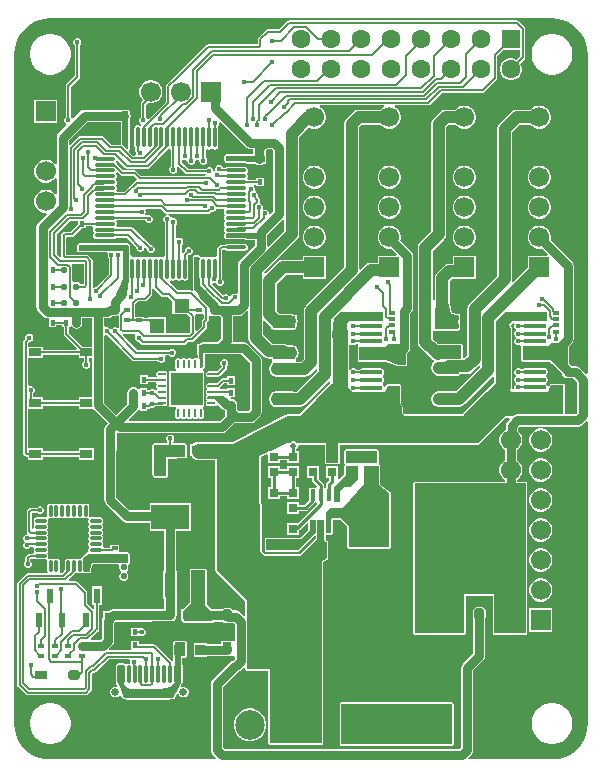
<source format=gtl>
G04*
G04 #@! TF.GenerationSoftware,Altium Limited,Altium Designer,21.0.8 (223)*
G04*
G04 Layer_Physical_Order=1*
G04 Layer_Color=255*
%FSLAX25Y25*%
%MOIN*%
G70*
G04*
G04 #@! TF.SameCoordinates,D9C85E8D-87DC-48F8-A205-D673694C3913*
G04*
G04*
G04 #@! TF.FilePolarity,Positive*
G04*
G01*
G75*
%ADD12C,0.01000*%
%ADD16C,0.00700*%
%ADD22R,0.01968X0.01575*%
%ADD23R,0.02362X0.05118*%
G04:AMPARAMS|DCode=24|XSize=39.37mil|YSize=31.5mil|CornerRadius=0mil|HoleSize=0mil|Usage=FLASHONLY|Rotation=90.000|XOffset=0mil|YOffset=0mil|HoleType=Round|Shape=Octagon|*
%AMOCTAGOND24*
4,1,8,0.00787,0.01968,-0.00787,0.01968,-0.01575,0.01181,-0.01575,-0.01181,-0.00787,-0.01968,0.00787,-0.01968,0.01575,-0.01181,0.01575,0.01181,0.00787,0.01968,0.0*
%
%ADD24OCTAGOND24*%

%ADD25R,0.03150X0.03937*%
%ADD26R,0.03500X0.03500*%
%ADD27R,0.01575X0.01968*%
%ADD28R,0.03000X0.03000*%
%ADD29R,0.03000X0.03000*%
%ADD30R,0.05500X0.06200*%
%ADD31R,0.11811X0.13780*%
%ADD32R,0.08661X0.06890*%
%ADD33R,0.03500X0.05000*%
%ADD34R,0.01800X0.03950*%
%ADD35R,0.05000X0.03500*%
%ADD36R,0.02362X0.01181*%
%ADD37R,0.02362X0.01575*%
%ADD38R,0.12598X0.08268*%
%ADD39R,0.03543X0.08268*%
G04:AMPARAMS|DCode=40|XSize=59.06mil|YSize=11.81mil|CornerRadius=2.95mil|HoleSize=0mil|Usage=FLASHONLY|Rotation=90.000|XOffset=0mil|YOffset=0mil|HoleType=Round|Shape=RoundedRectangle|*
%AMROUNDEDRECTD40*
21,1,0.05906,0.00591,0,0,90.0*
21,1,0.05315,0.01181,0,0,90.0*
1,1,0.00591,0.00295,0.02657*
1,1,0.00591,0.00295,-0.02657*
1,1,0.00591,-0.00295,-0.02657*
1,1,0.00591,-0.00295,0.02657*
%
%ADD40ROUNDEDRECTD40*%
%ADD41R,0.11024X0.10630*%
G04:AMPARAMS|DCode=42|XSize=12mil|YSize=38mil|CornerRadius=3mil|HoleSize=0mil|Usage=FLASHONLY|Rotation=270.000|XOffset=0mil|YOffset=0mil|HoleType=Round|Shape=RoundedRectangle|*
%AMROUNDEDRECTD42*
21,1,0.01200,0.03200,0,0,270.0*
21,1,0.00600,0.03800,0,0,270.0*
1,1,0.00600,-0.01600,-0.00300*
1,1,0.00600,-0.01600,0.00300*
1,1,0.00600,0.01600,0.00300*
1,1,0.00600,0.01600,-0.00300*
%
%ADD42ROUNDEDRECTD42*%
G04:AMPARAMS|DCode=43|XSize=12mil|YSize=38mil|CornerRadius=3mil|HoleSize=0mil|Usage=FLASHONLY|Rotation=0.000|XOffset=0mil|YOffset=0mil|HoleType=Round|Shape=RoundedRectangle|*
%AMROUNDEDRECTD43*
21,1,0.01200,0.03200,0,0,0.0*
21,1,0.00600,0.03800,0,0,0.0*
1,1,0.00600,0.00300,-0.01600*
1,1,0.00600,-0.00300,-0.01600*
1,1,0.00600,-0.00300,0.01600*
1,1,0.00600,0.00300,0.01600*
%
%ADD43ROUNDEDRECTD43*%
G04:AMPARAMS|DCode=44|XSize=20mil|YSize=20mil|CornerRadius=5mil|HoleSize=0mil|Usage=FLASHONLY|Rotation=90.000|XOffset=0mil|YOffset=0mil|HoleType=Round|Shape=RoundedRectangle|*
%AMROUNDEDRECTD44*
21,1,0.02000,0.01000,0,0,90.0*
21,1,0.01000,0.02000,0,0,90.0*
1,1,0.01000,0.00500,0.00500*
1,1,0.01000,0.00500,-0.00500*
1,1,0.01000,-0.00500,-0.00500*
1,1,0.01000,-0.00500,0.00500*
%
%ADD44ROUNDEDRECTD44*%
%ADD45O,0.00984X0.02756*%
%ADD46O,0.02756X0.00984*%
%ADD47R,0.10630X0.11024*%
%ADD48R,0.03937X0.02756*%
G04:AMPARAMS|DCode=49|XSize=39.37mil|YSize=31.5mil|CornerRadius=0mil|HoleSize=0mil|Usage=FLASHONLY|Rotation=0.000|XOffset=0mil|YOffset=0mil|HoleType=Round|Shape=Octagon|*
%AMOCTAGOND49*
4,1,8,0.01968,-0.00787,0.01968,0.00787,0.01181,0.01575,-0.01181,0.01575,-0.01968,0.00787,-0.01968,-0.00787,-0.01181,-0.01575,0.01181,-0.01575,0.01968,-0.00787,0.0*
%
%ADD49OCTAGOND49*%

%ADD50R,0.03937X0.03150*%
%ADD51R,0.05118X0.04724*%
%ADD52O,0.07480X0.01575*%
%ADD53R,0.07480X0.01575*%
%ADD54O,0.07087X0.01181*%
%ADD55O,0.01181X0.07087*%
%ADD101C,0.03000*%
%ADD102C,0.05000*%
%ADD103C,0.04000*%
%ADD104C,0.06299*%
%ADD105R,0.06299X0.06299*%
%ADD106C,0.09055*%
%ADD107R,0.09055X0.09055*%
%ADD108C,0.06693*%
%ADD109R,0.06693X0.06693*%
%ADD110O,0.03937X0.08268*%
%ADD111O,0.03937X0.06299*%
%ADD112C,0.02559*%
%ADD113C,0.09843*%
%ADD114R,0.06693X0.06693*%
%ADD115C,0.01600*%
%ADD116C,0.02100*%
%ADD117C,0.02000*%
G36*
X167220Y235065D02*
Y235065D01*
X167710Y235039D01*
X169096Y234930D01*
X170925Y234491D01*
X172662Y233771D01*
X174266Y232788D01*
X175697Y231567D01*
X176918Y230136D01*
X177901Y228533D01*
X178621Y226795D01*
X179060Y224966D01*
X179203Y223152D01*
X179194Y223091D01*
Y116730D01*
X178694Y116523D01*
X176684Y118533D01*
X176023Y118975D01*
X175243Y119130D01*
X173845D01*
X173041Y119933D01*
Y125748D01*
X173942Y126649D01*
X174384Y127310D01*
X174539Y128091D01*
Y132756D01*
Y136890D01*
Y152591D01*
X174384Y153371D01*
X173942Y154033D01*
X166750Y161224D01*
X166847Y161584D01*
Y162597D01*
X166584Y163575D01*
X166078Y164452D01*
X165362Y165168D01*
X164485Y165675D01*
X163506Y165937D01*
X162494D01*
X161515Y165675D01*
X160638Y165168D01*
X159922Y164452D01*
X159416Y163575D01*
X159153Y162597D01*
Y161584D01*
X159416Y160606D01*
X159922Y159729D01*
X160638Y159013D01*
X161515Y158506D01*
X162494Y158244D01*
X163506D01*
X163866Y158341D01*
X165808Y156399D01*
X165616Y155937D01*
X159153D01*
Y151849D01*
X154374Y147069D01*
X153913Y147315D01*
X154049Y148000D01*
Y197035D01*
X156556Y199542D01*
X160109D01*
X160638Y199013D01*
X161515Y198506D01*
X162494Y198244D01*
X163506D01*
X164485Y198506D01*
X165362Y199013D01*
X166078Y199729D01*
X166584Y200606D01*
X166847Y201584D01*
Y202597D01*
X166584Y203575D01*
X166078Y204452D01*
X165362Y205169D01*
X164485Y205675D01*
X163506Y205937D01*
X162494D01*
X161515Y205675D01*
X160638Y205169D01*
X160109Y204640D01*
X155500D01*
X154525Y204446D01*
X153698Y203893D01*
X149698Y199893D01*
X149145Y199066D01*
X148951Y198091D01*
Y149056D01*
X139698Y139802D01*
X139145Y138976D01*
X138951Y138000D01*
Y122662D01*
X138058Y121769D01*
X137861Y121830D01*
X137590Y122008D01*
X137491Y126059D01*
X137410Y126242D01*
X137334Y126427D01*
X137326Y126430D01*
X137323Y126438D01*
X137136Y126510D01*
X136952Y126587D01*
X129286Y126624D01*
X129279Y126635D01*
X129038Y126796D01*
X128878Y126955D01*
X128768Y127121D01*
X128709Y127160D01*
X128679Y127224D01*
X128024Y127810D01*
X127549Y128285D01*
Y130700D01*
X128049Y131008D01*
X128168Y130959D01*
X136000D01*
X136383Y131117D01*
X136541Y131500D01*
Y131928D01*
X136599Y132013D01*
X136698Y132516D01*
X136599Y133018D01*
X136541Y133104D01*
Y133787D01*
X136673D01*
Y136362D01*
X136391D01*
X136383Y136383D01*
X136237Y136443D01*
X136106Y136531D01*
X133942Y136963D01*
X133242Y139764D01*
Y147345D01*
X134092Y148195D01*
X136653D01*
X136900Y148244D01*
X141847D01*
Y155937D01*
X134153D01*
Y153293D01*
X133036D01*
X132061Y153099D01*
X131234Y152547D01*
X128890Y150203D01*
X128338Y149376D01*
X128144Y148401D01*
Y141198D01*
X128049Y141114D01*
X127549Y141341D01*
Y157535D01*
X131302Y161288D01*
X131855Y162115D01*
X132049Y163091D01*
Y198692D01*
X132899Y199542D01*
X135109D01*
X135638Y199013D01*
X136515Y198506D01*
X137494Y198244D01*
X138506D01*
X139485Y198506D01*
X140362Y199013D01*
X141078Y199729D01*
X141584Y200606D01*
X141847Y201584D01*
Y202597D01*
X141584Y203575D01*
X141078Y204452D01*
X140362Y205169D01*
X139485Y205675D01*
X138506Y205937D01*
X137494D01*
X136515Y205675D01*
X135638Y205169D01*
X135109Y204640D01*
X131843D01*
X130868Y204446D01*
X130041Y203893D01*
X127698Y201550D01*
X127145Y200723D01*
X126951Y199747D01*
Y164146D01*
X123198Y160393D01*
X122645Y159566D01*
X122451Y158591D01*
Y127229D01*
X122645Y126253D01*
X123198Y125426D01*
X126316Y122308D01*
X126428Y122233D01*
X126513Y122130D01*
X127564Y121279D01*
X127947Y121077D01*
X127973Y120577D01*
X127698Y120393D01*
X127145Y119566D01*
X126951Y118591D01*
X127145Y117615D01*
X127698Y116788D01*
X128524Y116236D01*
X128559Y116229D01*
X128978Y115949D01*
X129480Y115849D01*
X135386D01*
X135888Y115949D01*
X136314Y116233D01*
X136454Y116443D01*
X138886D01*
X139862Y116637D01*
X140688Y117190D01*
X142792Y119294D01*
X143305Y119100D01*
X143345Y118783D01*
X135359Y110797D01*
X129480D01*
X128978Y110697D01*
X128635Y110467D01*
X128524Y110446D01*
X127698Y109893D01*
X127145Y109066D01*
X126951Y108091D01*
X127145Y107115D01*
X127698Y106288D01*
X128524Y105736D01*
X129500Y105542D01*
X132433D01*
X132670Y105589D01*
X136305D01*
X137280Y105783D01*
X138107Y106335D01*
X147474Y115702D01*
X147974Y115495D01*
Y113773D01*
X147360Y113159D01*
X147360Y113159D01*
X137318Y103116D01*
X118003D01*
X117467Y103653D01*
Y105000D01*
X117364Y105784D01*
X117062Y106513D01*
X117041Y106540D01*
X117041Y112591D01*
X116883Y112973D01*
X116500Y113132D01*
X112500D01*
X112418Y113098D01*
X112329Y113104D01*
X112234Y113022D01*
X112117Y112973D01*
X112083Y112891D01*
X112016Y112833D01*
X111721Y112243D01*
X111197Y112314D01*
X111165Y112475D01*
X110881Y112901D01*
X110805Y112951D01*
Y113553D01*
X110881Y113603D01*
X111165Y114029D01*
X111265Y114531D01*
X111165Y115034D01*
X110881Y115460D01*
X110805Y115510D01*
Y116112D01*
X110881Y116162D01*
X111165Y116588D01*
X111265Y117091D01*
X111165Y117593D01*
X110881Y118019D01*
X110455Y118303D01*
X109953Y118403D01*
X104047D01*
X103545Y118303D01*
X103119Y118019D01*
X103078Y117957D01*
X101972D01*
X101736Y118193D01*
X101259Y118391D01*
X100741D01*
X100264Y118193D01*
X100026Y117955D01*
X99526Y118136D01*
Y126281D01*
X100026Y126462D01*
X100264Y126225D01*
X100741Y126027D01*
X101259D01*
X101736Y126225D01*
X101972Y126460D01*
X102486D01*
X102617Y125973D01*
X102459Y125591D01*
Y121091D01*
X102617Y120708D01*
X103000Y120549D01*
X111900D01*
X115719Y119085D01*
X115820Y119088D01*
X115912Y119049D01*
X118500D01*
X118883Y119208D01*
X119041Y119591D01*
Y123429D01*
X119379Y123767D01*
X119821Y124428D01*
X119976Y125209D01*
Y130591D01*
Y132756D01*
Y136740D01*
X120442Y137205D01*
X120884Y137867D01*
X121039Y138647D01*
Y155687D01*
X120884Y156467D01*
X120442Y157129D01*
X116665Y160906D01*
X116847Y161584D01*
Y162597D01*
X116584Y163575D01*
X116078Y164452D01*
X115362Y165168D01*
X114485Y165675D01*
X113506Y165937D01*
X112494D01*
X111515Y165675D01*
X110638Y165168D01*
X109922Y164452D01*
X109416Y163575D01*
X109153Y162597D01*
Y161584D01*
X109416Y160606D01*
X109922Y159729D01*
X110638Y159013D01*
X111515Y158506D01*
X112494Y158244D01*
X113506D01*
X113548Y158255D01*
X115404Y156399D01*
X115213Y155937D01*
X109153D01*
Y153540D01*
X106854D01*
X105879Y153346D01*
X105052Y152793D01*
X103549Y151290D01*
X103049Y151497D01*
Y198692D01*
X103899Y199542D01*
X110109D01*
X110638Y199013D01*
X111515Y198506D01*
X112494Y198244D01*
X113506D01*
X114485Y198506D01*
X115362Y199013D01*
X116078Y199729D01*
X116584Y200606D01*
X116847Y201584D01*
Y202597D01*
X116584Y203575D01*
X116078Y204452D01*
X115362Y205169D01*
X114746Y205524D01*
X114880Y206024D01*
X125891D01*
X126223Y206090D01*
X126504Y206278D01*
X130459Y210233D01*
X144100D01*
X144432Y210299D01*
X144713Y210487D01*
X148741Y214515D01*
X148929Y214797D01*
X148995Y215128D01*
Y222360D01*
X151076Y224441D01*
X156633D01*
Y222449D01*
X155395Y221211D01*
X154909Y221491D01*
X153981Y221740D01*
X153019D01*
X152091Y221491D01*
X151259Y221011D01*
X150580Y220332D01*
X150099Y219499D01*
X149850Y218571D01*
Y217610D01*
X150099Y216682D01*
X150580Y215850D01*
X151259Y215170D01*
X152091Y214690D01*
X153019Y214441D01*
X153981D01*
X154909Y214690D01*
X155741Y215170D01*
X156420Y215850D01*
X156901Y216682D01*
X157150Y217610D01*
Y218571D01*
X156901Y219499D01*
X156620Y219985D01*
X158112Y221477D01*
X158300Y221759D01*
X158366Y222090D01*
Y231592D01*
X158300Y231924D01*
X158112Y232205D01*
X156205Y234113D01*
X155923Y234301D01*
X155592Y234367D01*
X79410D01*
X79078Y234301D01*
X78797Y234113D01*
X76201Y231517D01*
X72650D01*
X72318Y231451D01*
X72037Y231263D01*
X69387Y228613D01*
X69199Y228332D01*
X69133Y228000D01*
Y226367D01*
X52475D01*
X52143Y226301D01*
X51862Y226113D01*
X41149Y215400D01*
X41149Y215400D01*
X38691Y212942D01*
X38503Y212661D01*
X38437Y212329D01*
Y207162D01*
X32751Y201477D01*
X32161Y201594D01*
X32102Y201736D01*
X31867Y201972D01*
Y206170D01*
X32558Y206861D01*
X32994Y206744D01*
X34006D01*
X34985Y207006D01*
X35862Y207513D01*
X36578Y208229D01*
X37084Y209106D01*
X37346Y210084D01*
Y211097D01*
X37084Y212075D01*
X36578Y212952D01*
X35862Y213668D01*
X34985Y214175D01*
X34006Y214437D01*
X32994D01*
X32015Y214175D01*
X31138Y213668D01*
X30422Y212952D01*
X29916Y212075D01*
X29654Y211097D01*
Y210084D01*
X29916Y209106D01*
X30422Y208229D01*
X30948Y207703D01*
X30387Y207141D01*
X30199Y206860D01*
X30133Y206529D01*
Y201972D01*
X29898Y201736D01*
X29700Y201259D01*
Y200741D01*
X29898Y200264D01*
X30264Y199898D01*
X30393Y199375D01*
X30197Y199159D01*
X30129Y199129D01*
X29818Y199184D01*
X29599Y199330D01*
X29173Y199415D01*
X28748Y199330D01*
X28387Y199089D01*
X28146Y198729D01*
X28061Y198303D01*
Y192398D01*
X28146Y191972D01*
X28387Y191611D01*
X28399Y191604D01*
Y190978D01*
X28465Y190647D01*
X28652Y190366D01*
X28717Y190301D01*
X28700Y190259D01*
Y189741D01*
X28710Y189717D01*
X28376Y189217D01*
X27606D01*
X26222Y190600D01*
X26339Y191190D01*
X26383Y191208D01*
X26541Y191591D01*
Y201704D01*
X26613Y201810D01*
X26768Y202591D01*
X26613Y203371D01*
X26541Y203478D01*
Y204091D01*
X26383Y204473D01*
X26000Y204632D01*
X24000D01*
X23996Y204630D01*
X11460D01*
X10680Y204475D01*
X10018Y204033D01*
X7693Y201707D01*
X7103Y201825D01*
X7102Y201827D01*
X6867Y202062D01*
Y212232D01*
X9613Y214978D01*
X9801Y215259D01*
X9867Y215591D01*
Y226119D01*
X10102Y226354D01*
X10300Y226832D01*
Y227349D01*
X10102Y227827D01*
X9736Y228193D01*
X9259Y228391D01*
X8741D01*
X8264Y228193D01*
X7898Y227827D01*
X7700Y227349D01*
Y226832D01*
X7898Y226354D01*
X8133Y226119D01*
Y215950D01*
X5387Y213203D01*
X5199Y212922D01*
X5133Y212591D01*
Y202062D01*
X4898Y201827D01*
X4700Y201349D01*
Y200832D01*
X4898Y200354D01*
X5264Y199988D01*
X5266Y199987D01*
X5383Y199398D01*
X2687Y196701D01*
X2245Y196040D01*
X2089Y195259D01*
Y186566D01*
X1589Y186433D01*
X1578Y186452D01*
X862Y187169D01*
X-15Y187675D01*
X-994Y187937D01*
X-2006D01*
X-2985Y187675D01*
X-3862Y187169D01*
X-4578Y186452D01*
X-5084Y185575D01*
X-5347Y184597D01*
Y183584D01*
X-5084Y182606D01*
X-4578Y181729D01*
X-3862Y181013D01*
X-2985Y180506D01*
X-2006Y180244D01*
X-994D01*
X-15Y180506D01*
X862Y181013D01*
X1578Y181729D01*
X1589Y181749D01*
X2089Y181615D01*
Y176567D01*
X1589Y176433D01*
X1578Y176452D01*
X862Y177169D01*
X-15Y177675D01*
X-994Y177937D01*
X-2006D01*
X-2985Y177675D01*
X-3862Y177169D01*
X-4578Y176452D01*
X-5084Y175575D01*
X-5347Y174597D01*
Y173584D01*
X-5084Y172606D01*
X-4578Y171729D01*
X-3862Y171013D01*
X-2985Y170506D01*
X-2006Y170244D01*
X-1376D01*
X-1169Y169744D01*
X-4033Y166881D01*
X-4475Y166219D01*
X-4630Y165439D01*
Y151091D01*
Y145591D01*
Y140091D01*
Y138837D01*
X-4630Y138837D01*
X-4630Y138837D01*
X-4558Y138479D01*
X-4475Y138057D01*
X-4474Y138057D01*
X-4474Y138057D01*
X-4267Y137746D01*
X-4033Y137395D01*
X-4033Y137395D01*
X-4032Y137395D01*
X-2286Y135649D01*
X-1957Y135429D01*
X-1624Y135207D01*
X-1624Y135207D01*
X-1624Y135207D01*
X-1251Y135132D01*
X-844Y135051D01*
X-516D01*
Y132106D01*
X2059D01*
Y132724D01*
X4039D01*
Y132106D01*
X4460D01*
Y129780D01*
X4526Y129448D01*
X4714Y129167D01*
X8820Y125061D01*
X8629Y124599D01*
X-2496D01*
Y125610D01*
X-7283D01*
Y126838D01*
X-6831Y127291D01*
X-6741D01*
X-6264Y127489D01*
X-5898Y127854D01*
X-5700Y128332D01*
Y128849D01*
X-5898Y129327D01*
X-6264Y129693D01*
X-6741Y129891D01*
X-7259D01*
X-7736Y129693D01*
X-8102Y129327D01*
X-8300Y128849D01*
Y128332D01*
X-8283Y128290D01*
X-8763Y127810D01*
X-8951Y127529D01*
X-9017Y127197D01*
Y90233D01*
X-8951Y89901D01*
X-8763Y89620D01*
X-8353Y89210D01*
X-8072Y89022D01*
X-7740Y88956D01*
X-7433D01*
Y87945D01*
X-2496D01*
Y88956D01*
X9496D01*
Y87945D01*
X14433D01*
Y91701D01*
X9496D01*
Y90690D01*
X-2496D01*
Y91701D01*
X-7283D01*
Y104945D01*
X-2496D01*
Y105956D01*
X9496D01*
Y104945D01*
X14344D01*
X14558Y104624D01*
X19116Y100066D01*
X18590Y99540D01*
X18148Y98879D01*
X17992Y98098D01*
Y91013D01*
X17961Y90853D01*
Y74500D01*
X18116Y73720D01*
X18558Y73058D01*
X24058Y67558D01*
X24058Y67558D01*
X24720Y67116D01*
X25500Y66961D01*
X33201D01*
Y64087D01*
X37961D01*
Y50913D01*
X37728D01*
Y41646D01*
X38006D01*
Y38098D01*
X34046D01*
X33849Y38059D01*
X33697D01*
X33500Y38098D01*
X33303Y38059D01*
X31500D01*
Y38039D01*
X20998D01*
X20217Y37884D01*
X19556Y37442D01*
X19539Y37425D01*
X17559D01*
Y35327D01*
X17356Y35023D01*
X17201Y34243D01*
Y28275D01*
X16638Y27713D01*
X13678D01*
X13471Y28212D01*
X15604Y30345D01*
X15751Y30565D01*
X16113Y30927D01*
X16301Y31208D01*
X16367Y31540D01*
Y39575D01*
X17181D01*
Y45693D01*
X13819D01*
Y39575D01*
X14633D01*
Y38368D01*
X14133Y38160D01*
X12367Y39927D01*
Y43591D01*
X12301Y43922D01*
X12113Y44203D01*
X9203Y47113D01*
X8922Y47301D01*
X8591Y47367D01*
X6295D01*
X6087Y47867D01*
X8063Y49842D01*
X8246Y50116D01*
X8269D01*
X8581Y50178D01*
X8953Y50315D01*
X9325Y50178D01*
X9637Y50116D01*
X10237D01*
X10549Y50178D01*
X10814Y50354D01*
X10909Y50372D01*
X11192Y50176D01*
X11347Y50142D01*
X11491Y50079D01*
X13059Y50052D01*
X13218Y50115D01*
X13384Y50154D01*
X13406Y50189D01*
X13445Y50204D01*
X13513Y50361D01*
X13603Y50506D01*
X13976Y52785D01*
X14321Y53008D01*
X22699D01*
X23033Y52508D01*
X22950Y52308D01*
Y51692D01*
X23186Y51122D01*
X23502Y50806D01*
X23577Y50500D01*
X23502Y50194D01*
X23186Y49878D01*
X22950Y49308D01*
Y48692D01*
X23186Y48122D01*
X23622Y47686D01*
X24192Y47450D01*
X24808D01*
X25378Y47686D01*
X25814Y48122D01*
X26050Y48692D01*
Y49308D01*
X25814Y49878D01*
X25498Y50194D01*
X25423Y50500D01*
X25498Y50806D01*
X25814Y51122D01*
X26050Y51692D01*
Y52308D01*
X25967Y52508D01*
X25972Y52587D01*
X26238Y53107D01*
X26383Y53167D01*
X26541Y53549D01*
Y56590D01*
X26383Y56973D01*
X26000Y57132D01*
X22985D01*
Y59642D01*
X20016D01*
Y58611D01*
X17778D01*
X17504Y59100D01*
X17506Y59111D01*
X17566Y59413D01*
Y60013D01*
X17504Y60325D01*
X17327Y60589D01*
Y60804D01*
X17504Y61069D01*
X17566Y61381D01*
Y61981D01*
X17504Y62293D01*
X17366Y62665D01*
X17504Y63038D01*
X17566Y63350D01*
Y63950D01*
X17504Y64262D01*
X17327Y64526D01*
Y64741D01*
X17504Y65006D01*
X17566Y65318D01*
Y65918D01*
X17504Y66230D01*
X17366Y66602D01*
X17504Y66975D01*
X17566Y67287D01*
Y67887D01*
X17504Y68199D01*
X17327Y68463D01*
X17062Y68640D01*
X16750Y68702D01*
X13550D01*
X13380Y68669D01*
X13268Y68735D01*
X13054Y68949D01*
X12988Y69061D01*
X13021Y69231D01*
Y72431D01*
X12959Y72743D01*
X12782Y73008D01*
X12518Y73185D01*
X12206Y73247D01*
X11606D01*
X11293Y73185D01*
X11029Y73008D01*
X10814D01*
X10549Y73185D01*
X10237Y73247D01*
X9637D01*
X9325Y73185D01*
X8953Y73048D01*
X8581Y73185D01*
X8269Y73247D01*
X7669D01*
X7356Y73185D01*
X7092Y73008D01*
X6877D01*
X6612Y73185D01*
X6300Y73247D01*
X5700D01*
X5388Y73185D01*
X5016Y73048D01*
X4644Y73185D01*
X4332Y73247D01*
X3732D01*
X3419Y73185D01*
X3155Y73008D01*
X2940D01*
X2675Y73185D01*
X2363Y73247D01*
X1763D01*
X1451Y73185D01*
X1079Y73048D01*
X707Y73185D01*
X395Y73247D01*
X-205D01*
X-518Y73185D01*
X-782Y73008D01*
X-959Y72743D01*
X-1021Y72431D01*
Y69231D01*
X-987Y69061D01*
X-1054Y68949D01*
X-1267Y68735D01*
X-1380Y68669D01*
X-1550Y68702D01*
X-4750D01*
X-5062Y68640D01*
X-5327Y68463D01*
X-5504Y68199D01*
X-5566Y67887D01*
Y67287D01*
X-5504Y66975D01*
X-5366Y66602D01*
X-5504Y66230D01*
X-5566Y65918D01*
Y65318D01*
X-5556Y65271D01*
X-5951Y64863D01*
X-5960Y64859D01*
X-6133Y64904D01*
Y70224D01*
X-4472D01*
X-4236Y69989D01*
X-3759Y69791D01*
X-3241D01*
X-2764Y69989D01*
X-2398Y70354D01*
X-2200Y70832D01*
Y71349D01*
X-2398Y71827D01*
X-2764Y72193D01*
X-3241Y72391D01*
X-3759D01*
X-4236Y72193D01*
X-4472Y71957D01*
X-6500D01*
X-6832Y71891D01*
X-7113Y71703D01*
X-7613Y71203D01*
X-7801Y70922D01*
X-7867Y70591D01*
Y64091D01*
X-7801Y63759D01*
X-7613Y63478D01*
X-7602Y63467D01*
X-7809Y62967D01*
X-7947D01*
X-8425Y62769D01*
X-8791Y62404D01*
X-8988Y61926D01*
Y61409D01*
X-8791Y60931D01*
X-8483Y60623D01*
X-8802Y60304D01*
X-9000Y59826D01*
Y59309D01*
X-8802Y58831D01*
X-8436Y58465D01*
X-7959Y58267D01*
X-7441D01*
X-6964Y58465D01*
X-6598Y58831D01*
X-6592Y58846D01*
X-5778D01*
X-5504Y58356D01*
X-5506Y58346D01*
X-5566Y58044D01*
Y57444D01*
X-5506Y57142D01*
X-5504Y57132D01*
X-5778Y56642D01*
X-6815D01*
X-7147Y56576D01*
X-7428Y56388D01*
X-8113Y55703D01*
X-8301Y55422D01*
X-8367Y55090D01*
Y54062D01*
X-8602Y53827D01*
X-8800Y53349D01*
Y52832D01*
X-8602Y52354D01*
X-8236Y51989D01*
X-7759Y51790D01*
X-7241D01*
X-6764Y51989D01*
X-6398Y52354D01*
X-6200Y52832D01*
Y53349D01*
X-6398Y53827D01*
X-6633Y54062D01*
Y54732D01*
X-6456Y54909D01*
X-5333D01*
X-5327Y54899D01*
X-5062Y54722D01*
X-4750Y54660D01*
X-1550D01*
X-1380Y54694D01*
X-1268Y54627D01*
X-1054Y54413D01*
X-987Y54301D01*
X-1021Y54131D01*
Y50931D01*
X-959Y50619D01*
X-924Y50567D01*
X-1183Y50067D01*
X-7587D01*
X-7919Y50001D01*
X-8200Y49813D01*
X-10813Y47200D01*
X-11001Y46919D01*
X-11067Y46587D01*
Y12913D01*
X-11001Y12581D01*
X-10813Y12300D01*
X-8200Y9687D01*
X-7919Y9499D01*
X-7587Y9433D01*
X11887D01*
X12219Y9499D01*
X12500Y9687D01*
X13613Y10800D01*
X13801Y11081D01*
X13867Y11413D01*
Y16531D01*
X14269Y16933D01*
X14630D01*
X14962Y16999D01*
X15243Y17187D01*
X19489Y21433D01*
X26376D01*
X26710Y20933D01*
X26700Y20909D01*
Y20431D01*
X26680Y20364D01*
X26572Y20213D01*
X26329Y19980D01*
X25815D01*
X25505Y19918D01*
X25497Y19914D01*
X25387Y19875D01*
X24883Y19973D01*
X24500Y20132D01*
X22500D01*
X22117Y19973D01*
X21959Y19590D01*
Y19543D01*
X21916Y19480D01*
X21855Y19169D01*
Y13854D01*
X21916Y13544D01*
X22012Y13400D01*
X22016Y13349D01*
X22391Y12597D01*
X22028Y12207D01*
X21976Y12228D01*
X21268D01*
X20614Y11957D01*
X20113Y11457D01*
X19842Y10803D01*
Y10095D01*
X20113Y9441D01*
X20614Y8940D01*
X21268Y8669D01*
X21976D01*
X22630Y8940D01*
X23074Y9384D01*
X23358Y9363D01*
X23604Y9278D01*
X23616Y9220D01*
X23823Y8910D01*
X23987Y8419D01*
X24069Y8324D01*
X24117Y8208D01*
X24200Y8174D01*
X24258Y8106D01*
X24384Y8098D01*
X24500Y8049D01*
X25055D01*
X25500Y7961D01*
X39500D01*
X39945Y8049D01*
X41000D01*
X41082Y8083D01*
X41171Y8077D01*
X41266Y8160D01*
X41383Y8208D01*
X41417Y8290D01*
X41484Y8348D01*
X42193Y9766D01*
X42742Y9747D01*
X42869Y9441D01*
X43370Y8940D01*
X44024Y8669D01*
X44732D01*
X45386Y8940D01*
X45886Y9441D01*
X46157Y10095D01*
Y10803D01*
X45886Y11457D01*
X45386Y11957D01*
X44732Y12228D01*
X44024D01*
X43972Y12207D01*
X43609Y12597D01*
X43984Y13349D01*
X43988Y13401D01*
X44084Y13544D01*
X44145Y13854D01*
Y19169D01*
X44084Y19480D01*
X44041Y19543D01*
Y21959D01*
X45000D01*
X45383Y22117D01*
X45541Y22500D01*
Y27000D01*
X45383Y27383D01*
X45000Y27541D01*
X41500D01*
X41117Y27383D01*
X40959Y27000D01*
Y26750D01*
X40750D01*
Y22250D01*
X40959D01*
X40959Y20940D01*
X40642Y20789D01*
X40459Y20767D01*
X35113Y26113D01*
X34832Y26301D01*
X34500Y26367D01*
X29461D01*
Y27484D01*
X26886D01*
Y24516D01*
X26448Y24367D01*
X19713D01*
X19522Y24829D01*
X20682Y25989D01*
X21124Y26650D01*
X21279Y27431D01*
Y33398D01*
X21842Y33961D01*
X33442D01*
X33891Y34050D01*
X34046Y34020D01*
X40046D01*
X40243Y34059D01*
X41500D01*
Y34636D01*
X41930Y35278D01*
X42085Y36059D01*
X42085Y36060D01*
Y41646D01*
X42272D01*
Y50913D01*
X42039D01*
Y64087D01*
X46799D01*
Y73354D01*
X33201D01*
Y71039D01*
X26345D01*
X22039Y75345D01*
Y90725D01*
X22071Y90885D01*
Y96606D01*
X22192Y96719D01*
X22571Y96932D01*
X23225Y96802D01*
X57251D01*
X58031Y96957D01*
X58693Y97399D01*
X61445Y100152D01*
X61950Y100051D01*
X66743D01*
X67523Y100207D01*
X68185Y100649D01*
X69942Y102406D01*
X70384Y103068D01*
X70539Y103848D01*
Y121090D01*
X70539Y121090D01*
X70436Y121609D01*
X70384Y121871D01*
X70384Y121871D01*
X70384Y121871D01*
X69942Y122532D01*
X65942Y126532D01*
X65942Y126532D01*
X65280Y126974D01*
X65280Y126974D01*
X64853Y127059D01*
X64500Y127130D01*
X61342D01*
X61024Y127516D01*
X61039Y127591D01*
X61039Y127591D01*
Y135814D01*
X61083Y135823D01*
X62743D01*
X63523Y135978D01*
X64184Y136420D01*
X65451Y137686D01*
X65951Y137479D01*
Y128591D01*
X66145Y127615D01*
X66698Y126788D01*
X71249Y122237D01*
X72076Y121684D01*
X73051Y121490D01*
X73845D01*
X73985Y121280D01*
X74061Y121230D01*
Y120628D01*
X73985Y120578D01*
X73701Y120152D01*
X73629Y119790D01*
X73145Y119066D01*
X72951Y118091D01*
X73145Y117115D01*
X73698Y116288D01*
X74524Y115736D01*
X75500Y115542D01*
X84657D01*
X85632Y115736D01*
X86459Y116288D01*
X88451Y118280D01*
X88951Y118073D01*
Y117389D01*
X82202Y110640D01*
X81253D01*
X80819Y110726D01*
X74914D01*
X74411Y110626D01*
X73985Y110342D01*
X73701Y109916D01*
X73696Y109890D01*
X73145Y109066D01*
X72951Y108091D01*
X73145Y107115D01*
X73698Y106288D01*
X73780Y106233D01*
X73985Y105926D01*
X74411Y105642D01*
X74914Y105542D01*
X75499D01*
X75500Y105542D01*
X83258D01*
X84233Y105736D01*
X85060Y106288D01*
X92740Y113968D01*
X93188Y113885D01*
X93286Y113807D01*
X93283Y113533D01*
X83315Y103116D01*
X81500D01*
X80928Y103041D01*
X79000D01*
X78617Y102883D01*
X78578Y102788D01*
X78447Y102809D01*
X78394Y102770D01*
X78328Y102765D01*
X60950Y93903D01*
X49500D01*
X48717Y93800D01*
X47987Y93498D01*
X47360Y93017D01*
X47347Y93000D01*
X46559D01*
Y91520D01*
X46474Y90877D01*
X46559Y90234D01*
Y89000D01*
X47159D01*
X47360Y88738D01*
X47987Y88257D01*
X48717Y87954D01*
X49500Y87851D01*
X54959D01*
Y51000D01*
X55117Y50617D01*
X64959Y40776D01*
Y36009D01*
X64459Y35802D01*
X63185Y37077D01*
X62523Y37519D01*
X61743Y37674D01*
X60844D01*
X60037Y38480D01*
X57963D01*
X57521Y38039D01*
X53772D01*
X52087Y39724D01*
X52087Y51000D01*
X51928Y51383D01*
X51545Y51541D01*
X47045Y51541D01*
X46663Y51383D01*
X46504Y51000D01*
X46504Y40224D01*
X44339Y38059D01*
X43500D01*
Y34059D01*
X43959D01*
Y34000D01*
X44117Y33617D01*
X44500Y33459D01*
X54045D01*
X54428Y33617D01*
X54570Y33961D01*
X57545D01*
X57963Y33543D01*
X60037D01*
X60089Y33595D01*
X60898D01*
X61461Y33033D01*
Y27732D01*
X61075Y27457D01*
X60961Y27457D01*
X56925D01*
Y26539D01*
X52250D01*
Y26750D01*
X47750D01*
Y22250D01*
X52250D01*
Y22461D01*
X58906D01*
X59202Y22520D01*
X60961D01*
X61075Y22520D01*
X61461Y22244D01*
Y21602D01*
X60748Y20890D01*
X60720Y20884D01*
X60058Y20442D01*
X54058Y14442D01*
X53616Y13780D01*
X53461Y13000D01*
Y-8743D01*
X53616Y-9523D01*
X54058Y-10185D01*
X55348Y-11474D01*
X55141Y-11974D01*
X0D01*
X-61Y-11982D01*
X-1875Y-11839D01*
X-3704Y-11400D01*
X-5442Y-10680D01*
X-7046Y-9698D01*
X-8476Y-8476D01*
X-9698Y-7046D01*
X-10680Y-5442D01*
X-11400Y-3704D01*
X-11839Y-1875D01*
X-11982Y-61D01*
X-11974Y0D01*
Y223091D01*
X-11982Y223152D01*
X-11839Y224966D01*
X-11400Y226795D01*
X-10680Y228533D01*
X-9698Y230136D01*
X-8476Y231567D01*
X-7046Y232788D01*
X-5442Y233771D01*
X-3704Y234491D01*
X-1875Y234930D01*
X-489Y235039D01*
X0Y235065D01*
X491Y235065D01*
X166721D01*
X167220Y235065D01*
D02*
G37*
G36*
X111254Y205524D02*
X110638Y205169D01*
X110109Y204640D01*
X102843D01*
X101868Y204446D01*
X101041Y203893D01*
X98698Y201550D01*
X98145Y200723D01*
X97951Y199747D01*
Y152056D01*
X85198Y139302D01*
X84645Y138476D01*
X84451Y137500D01*
Y121490D01*
X83601Y120640D01*
X82146D01*
X81966Y120825D01*
X81747Y121280D01*
X82020Y121689D01*
X82169Y121788D01*
X82721Y122615D01*
X82915Y123591D01*
X82721Y124566D01*
X82169Y125393D01*
X81773Y125657D01*
X81747Y125696D01*
X81321Y125980D01*
X80819Y126080D01*
X80664D01*
X80366Y126140D01*
X78774D01*
X78393Y126394D01*
X77417Y126588D01*
X74107D01*
X71049Y129646D01*
Y134073D01*
X71549Y134280D01*
X73541Y132288D01*
X73646Y132218D01*
X73701Y131943D01*
X73985Y131517D01*
X74411Y131232D01*
X74914Y131132D01*
X80819D01*
X81321Y131232D01*
X81747Y131517D01*
X82032Y131943D01*
X82132Y132445D01*
X82080Y132704D01*
X82355Y133115D01*
X82549Y134091D01*
X82355Y135066D01*
X82106Y135438D01*
Y136291D01*
X81206D01*
X80976Y136446D01*
X80000Y136640D01*
X76399D01*
X75549Y137490D01*
Y146535D01*
X78556Y149542D01*
X84153D01*
Y148244D01*
X91847D01*
Y155937D01*
X84153D01*
Y154640D01*
X77500D01*
X76525Y154446D01*
X75698Y153893D01*
X71929Y150125D01*
X71387Y150289D01*
X71373Y150359D01*
X82302Y161288D01*
X82855Y162115D01*
X83049Y163091D01*
Y195504D01*
X86221Y198676D01*
X86515Y198506D01*
X87494Y198244D01*
X88506D01*
X89485Y198506D01*
X90362Y199013D01*
X91078Y199729D01*
X91584Y200606D01*
X91847Y201584D01*
Y202597D01*
X91584Y203575D01*
X91078Y204452D01*
X90362Y205169D01*
X89746Y205524D01*
X89880Y206024D01*
X111120D01*
X111254Y205524D01*
D02*
G37*
G36*
X23459Y192971D02*
X20345D01*
X17803Y195513D01*
X17522Y195701D01*
X17191Y195767D01*
X10006D01*
X9674Y195701D01*
X9393Y195513D01*
X6668Y192788D01*
X6168Y192995D01*
Y194415D01*
X12305Y200552D01*
X23459D01*
Y192971D01*
D02*
G37*
G36*
X26000Y191591D02*
X25232D01*
X24105Y192717D01*
X24000Y192787D01*
Y204091D01*
X26000D01*
Y191591D01*
D02*
G37*
G36*
X65058Y192149D02*
X65720Y191707D01*
X66500Y191551D01*
X67689D01*
Y189722D01*
X58500D01*
X58117Y189564D01*
X57959Y189181D01*
Y188822D01*
X57870Y188689D01*
X57786Y188264D01*
X57870Y187838D01*
X57968Y187692D01*
X57961Y187669D01*
X58047Y187508D01*
X58117Y187339D01*
X58143Y187329D01*
X58157Y187304D01*
X58543Y186987D01*
X58570Y186978D01*
X58586Y186955D01*
X58765Y186919D01*
X58780Y186915D01*
X58898Y186866D01*
X64750D01*
X65017Y186813D01*
X65140Y186731D01*
X65294Y186700D01*
X65440Y186640D01*
X68436D01*
X68948Y186297D01*
X69729Y186142D01*
X70509Y186297D01*
X71021Y186640D01*
X71500D01*
X71883Y186798D01*
X72041Y187181D01*
Y189181D01*
X71883Y189564D01*
X71768Y189611D01*
Y190989D01*
X72331Y191551D01*
X73698D01*
X74261Y190989D01*
Y170735D01*
X73300Y169774D01*
X72800Y169982D01*
Y170259D01*
X72602Y170736D01*
X72236Y171102D01*
X71759Y171300D01*
X71241D01*
X71141Y171258D01*
X70758Y171641D01*
X70800Y171741D01*
Y172259D01*
X70602Y172736D01*
X70236Y173102D01*
X70157Y173135D01*
X69801Y173502D01*
X69867Y173833D01*
Y174650D01*
X69801Y174982D01*
X69613Y175263D01*
X69176Y175699D01*
X69194Y175741D01*
Y176259D01*
X68996Y176736D01*
X68630Y177102D01*
X68542Y177139D01*
X68250Y177741D01*
Y178259D01*
X68052Y178736D01*
X67765Y179023D01*
X67849Y179396D01*
X67919Y179523D01*
X68539D01*
Y179016D01*
X71114D01*
Y181984D01*
X68539D01*
Y181256D01*
X65949D01*
X65713Y181756D01*
X65830Y181933D01*
X65915Y182358D01*
X65830Y182784D01*
X65589Y183144D01*
Y183541D01*
X65830Y183901D01*
X65915Y184327D01*
X65830Y184752D01*
X65589Y185113D01*
X65229Y185354D01*
X64803Y185439D01*
X58898D01*
X58472Y185354D01*
X58232Y185194D01*
X57595D01*
X57412Y185636D01*
X57046Y186002D01*
X56568Y186200D01*
X56051D01*
X55573Y186002D01*
X55208Y185636D01*
X55010Y185159D01*
Y184642D01*
X55041Y184566D01*
X55002Y184277D01*
X54800Y184148D01*
X54377Y184318D01*
X54276Y184407D01*
X54102Y184827D01*
X53736Y185193D01*
X53259Y185391D01*
X52741D01*
X52264Y185193D01*
X52028Y184957D01*
X45859D01*
X43819Y186997D01*
Y187725D01*
X44064Y187870D01*
X44319Y187965D01*
X44741Y187791D01*
X45259D01*
X45700Y187432D01*
Y187332D01*
X45898Y186854D01*
X46264Y186488D01*
X46741Y186291D01*
X47259D01*
X47736Y186488D01*
X48102Y186854D01*
X48300Y187332D01*
Y187530D01*
X48542Y187906D01*
X48762Y187957D01*
X49092D01*
X49238Y188018D01*
X49336Y187982D01*
X49700Y187668D01*
Y187332D01*
X49898Y186854D01*
X50264Y186488D01*
X50741Y186291D01*
X51259D01*
X51736Y186488D01*
X52102Y186854D01*
X52300Y187332D01*
Y187849D01*
X52102Y188327D01*
X51780Y188649D01*
Y191163D01*
X52280Y191430D01*
X52370Y191370D01*
X52795Y191286D01*
X53221Y191370D01*
X53439Y191517D01*
X53780Y191577D01*
X54119Y191517D01*
X54338Y191370D01*
X54764Y191286D01*
X55189Y191370D01*
X55550Y191611D01*
X55791Y191972D01*
X55876Y192398D01*
Y198303D01*
X55791Y198729D01*
X55736Y198988D01*
X56102Y199354D01*
X56300Y199832D01*
Y200200D01*
X56750Y200442D01*
X56762Y200445D01*
X65058Y192149D01*
D02*
G37*
G36*
X71500Y187181D02*
X65440D01*
X65229Y187322D01*
X64803Y187407D01*
X58898D01*
X58886Y187405D01*
X58500Y187722D01*
Y189181D01*
X71500D01*
Y187181D01*
D02*
G37*
G36*
X40126Y191264D02*
Y185555D01*
X39898Y185327D01*
X39700Y184849D01*
Y184332D01*
X39898Y183854D01*
X40264Y183489D01*
X40741Y183291D01*
X41259D01*
X41736Y183489D01*
X42102Y183854D01*
X42300Y184332D01*
Y184849D01*
X42102Y185327D01*
X42047Y185382D01*
X42081Y185577D01*
X42617Y185748D01*
X44887Y183478D01*
X45168Y183290D01*
X45500Y183224D01*
X51657D01*
X51740Y183107D01*
X51484Y182607D01*
X30209D01*
X28703Y184113D01*
X28422Y184301D01*
X28091Y184367D01*
X24325D01*
X22169Y186523D01*
X22130Y186721D01*
X21896Y187071D01*
X22017Y187551D01*
X22557Y187620D01*
X24991Y185187D01*
X25272Y184999D01*
X25603Y184933D01*
X32487D01*
X32818Y184999D01*
X33100Y185187D01*
X39243Y191331D01*
X39441Y191370D01*
X39625Y191493D01*
X40126Y191264D01*
D02*
G37*
G36*
X23354Y182887D02*
X23635Y182699D01*
X23966Y182633D01*
X27732D01*
X28858Y181507D01*
X28793Y181215D01*
X28667Y180991D01*
X28415Y180941D01*
X28134Y180753D01*
X24700Y177320D01*
X22248D01*
X22012Y177820D01*
X22130Y177996D01*
X22214Y178421D01*
X22130Y178847D01*
X21889Y179207D01*
Y179604D01*
X22130Y179964D01*
X22214Y180390D01*
X22130Y180815D01*
X21983Y181034D01*
X21924Y181374D01*
X21983Y181714D01*
X22130Y181933D01*
X22214Y182358D01*
X22130Y182784D01*
X21896Y183134D01*
X22017Y183614D01*
X22557Y183684D01*
X23354Y182887D01*
D02*
G37*
G36*
X55627Y171649D02*
X57752D01*
X57988Y171149D01*
X57870Y170973D01*
X57786Y170547D01*
X57870Y170122D01*
X58017Y169903D01*
X58077Y169563D01*
X58017Y169223D01*
X57870Y169004D01*
X57786Y168579D01*
X57870Y168153D01*
X58111Y167793D01*
Y167396D01*
X57870Y167036D01*
X57786Y166610D01*
X57870Y166185D01*
X58017Y165966D01*
X58077Y165626D01*
X58017Y165286D01*
X57870Y165067D01*
X57786Y164642D01*
X57870Y164216D01*
X58111Y163856D01*
X58151Y163519D01*
X58102Y163466D01*
X58086Y163421D01*
X57870Y163099D01*
X57786Y162673D01*
X57870Y162248D01*
X57968Y162101D01*
X57961Y162079D01*
X58047Y161918D01*
X58117Y161749D01*
X58143Y161738D01*
X58157Y161713D01*
X58543Y161396D01*
X58570Y161388D01*
X58586Y161364D01*
X58765Y161329D01*
X58780Y161325D01*
X58898Y161275D01*
X64750D01*
X65017Y161222D01*
X65140Y161141D01*
X65295Y161110D01*
X65440Y161049D01*
X68189D01*
Y159321D01*
X63058Y154189D01*
X62616Y153528D01*
X62461Y152747D01*
Y143455D01*
X61961Y143189D01*
X61675Y143307D01*
X61158D01*
X60680Y143109D01*
X60315Y142744D01*
X60166Y142385D01*
X59728Y142323D01*
X59645Y142335D01*
X59587Y142477D01*
X59221Y142843D01*
X58743Y143041D01*
X58226D01*
X57748Y142843D01*
X57566Y142660D01*
X53904Y146321D01*
X54188Y146745D01*
X54303Y146697D01*
X54820D01*
X55227Y146866D01*
X55398Y146454D01*
X55764Y146089D01*
X56241Y145891D01*
X56759D01*
X57236Y146089D01*
X57602Y146454D01*
X57800Y146932D01*
Y147449D01*
X57602Y147927D01*
X57367Y148162D01*
Y157732D01*
X57505Y157870D01*
X58232D01*
X58472Y157709D01*
X58898Y157624D01*
X64803D01*
X65229Y157709D01*
X65589Y157950D01*
X65830Y158311D01*
X65915Y158736D01*
X65830Y159162D01*
X65589Y159522D01*
X65229Y159764D01*
X64803Y159848D01*
X58898D01*
X58472Y159764D01*
X58232Y159603D01*
X57146D01*
X56814Y159537D01*
X56533Y159349D01*
X55887Y158703D01*
X55699Y158422D01*
X55633Y158091D01*
Y155934D01*
X55247Y155669D01*
X55133Y155641D01*
X54764Y155714D01*
X54338Y155630D01*
X54119Y155483D01*
X53780Y155423D01*
X53439Y155483D01*
X53221Y155630D01*
X52795Y155714D01*
X52370Y155630D01*
X52151Y155483D01*
X51811Y155423D01*
X51471Y155483D01*
X51252Y155630D01*
X50827Y155714D01*
X50401Y155630D01*
X50157Y155619D01*
X49804Y155973D01*
X49804Y155973D01*
X49804Y155973D01*
X49614Y156052D01*
X49422Y156132D01*
X49421Y156132D01*
X49421Y156132D01*
X48000D01*
X47617Y155973D01*
X47459Y155591D01*
Y154611D01*
X47462Y154605D01*
X47460Y154602D01*
Y148697D01*
X47462Y148695D01*
X47459Y148688D01*
Y144924D01*
X47528Y144756D01*
X47564Y144637D01*
X47455Y144487D01*
X47187Y144288D01*
X47168Y144301D01*
X46836Y144367D01*
X42534D01*
X39826Y147075D01*
X39894Y147644D01*
X40210Y147839D01*
X40340Y147816D01*
X40559Y147670D01*
X40984Y147585D01*
X41410Y147670D01*
X41629Y147816D01*
X41969Y147876D01*
X42308Y147816D01*
X42527Y147670D01*
X42953Y147585D01*
X43378Y147670D01*
X43597Y147816D01*
X43937Y147876D01*
X44277Y147816D01*
X44496Y147670D01*
X44921Y147585D01*
X45347Y147670D01*
X45707Y147911D01*
X45948Y148271D01*
X46033Y148697D01*
Y154602D01*
X45948Y155028D01*
X45788Y155268D01*
Y155884D01*
X46013Y156109D01*
X46384D01*
X46862Y156307D01*
X47227Y156673D01*
X47425Y157151D01*
Y157668D01*
X47227Y158146D01*
X46862Y158512D01*
X46384Y158710D01*
X45867D01*
X45389Y158512D01*
X45023Y158146D01*
X44825Y157668D01*
Y157373D01*
X44343Y156890D01*
X44196Y156905D01*
X43843Y157059D01*
Y159595D01*
X44102Y159854D01*
X44300Y160332D01*
Y160849D01*
X44102Y161327D01*
X43736Y161693D01*
X43259Y161891D01*
X42741D01*
X42351Y161729D01*
X42028Y161861D01*
X41851Y161987D01*
Y166103D01*
X42102Y166354D01*
X42300Y166832D01*
Y167349D01*
X42102Y167827D01*
X41736Y168193D01*
X41259Y168391D01*
X40741D01*
X40159Y168690D01*
X40102Y168827D01*
X39736Y169193D01*
X39259Y169391D01*
X39299Y169874D01*
X52688D01*
X53019Y169940D01*
X53300Y170128D01*
X53699Y170527D01*
X53741Y170510D01*
X54259D01*
X54736Y170707D01*
X55102Y171073D01*
X55300Y171551D01*
X55460Y171682D01*
X55627Y171649D01*
D02*
G37*
G36*
X38194Y170128D02*
X38475Y169940D01*
X38736Y169888D01*
X38741Y169391D01*
X38264Y169193D01*
X37898Y168827D01*
X37700Y168349D01*
Y167832D01*
X37898Y167354D01*
X38149Y167103D01*
Y155748D01*
X37649Y155512D01*
X37473Y155630D01*
X37047Y155714D01*
X36622Y155630D01*
X36403Y155483D01*
X36063Y155423D01*
X35723Y155483D01*
X35504Y155630D01*
X35079Y155714D01*
X34653Y155630D01*
X34434Y155483D01*
X34095Y155423D01*
X33755Y155483D01*
X33536Y155630D01*
X33110Y155714D01*
X32685Y155630D01*
X32466Y155483D01*
X32126Y155423D01*
X31786Y155483D01*
X31567Y155630D01*
X31142Y155714D01*
X30716Y155630D01*
X30497Y155483D01*
X30158Y155423D01*
X29818Y155483D01*
X29599Y155630D01*
X29173Y155714D01*
X28748Y155630D01*
X28529Y155483D01*
X28189Y155423D01*
X27849Y155483D01*
X27630Y155630D01*
X27205Y155714D01*
X27194Y155712D01*
X26695Y156123D01*
X26699Y159236D01*
X26699Y159236D01*
X26699Y159236D01*
X26618Y159431D01*
X26541Y159619D01*
X26540Y159619D01*
X26540Y159619D01*
X26522Y159638D01*
X26383Y159973D01*
X26000Y160132D01*
X25804D01*
X25804Y160132D01*
X25804Y160132D01*
X9500D01*
X9117Y159973D01*
X8959Y159591D01*
Y157591D01*
X9117Y157208D01*
X9500Y157049D01*
X18867D01*
X19183Y156549D01*
X19100Y156349D01*
Y155832D01*
X19298Y155354D01*
X19533Y155119D01*
Y149849D01*
X15074Y145391D01*
X14891D01*
X14717Y145318D01*
X14217Y145649D01*
Y154078D01*
X14151Y154409D01*
X13963Y154690D01*
X12700Y155953D01*
X12419Y156141D01*
X12087Y156207D01*
X5367D01*
Y160198D01*
X5390Y160317D01*
Y161683D01*
X5382Y161724D01*
X5613Y162224D01*
X7370D01*
X7702Y162290D01*
X7983Y162478D01*
X10611Y165106D01*
X11961D01*
Y165744D01*
X14051D01*
X14287Y165244D01*
X14170Y165067D01*
X14085Y164642D01*
X14170Y164216D01*
X14411Y163856D01*
Y163459D01*
X14170Y163099D01*
X14085Y162673D01*
X14170Y162248D01*
X14411Y161887D01*
X14771Y161646D01*
X15197Y161561D01*
X21102D01*
X21528Y161646D01*
X21768Y161806D01*
X25558D01*
X28700Y158665D01*
Y158332D01*
X28898Y157854D01*
X29264Y157489D01*
X29741Y157291D01*
X30259D01*
X30736Y157489D01*
X31102Y157854D01*
X31300Y158332D01*
Y158358D01*
X31800Y158565D01*
X32200Y158165D01*
Y157832D01*
X32398Y157354D01*
X32764Y156989D01*
X33241Y156791D01*
X33759D01*
X34236Y156989D01*
X34602Y157354D01*
X34800Y157832D01*
Y158349D01*
X34602Y158827D01*
X34236Y159193D01*
X33759Y159391D01*
X33426D01*
X27562Y165255D01*
X27280Y165443D01*
X26949Y165508D01*
X22248D01*
X22012Y166008D01*
X22130Y166185D01*
X22214Y166610D01*
X22130Y167036D01*
X22012Y167212D01*
X22248Y167712D01*
X31600D01*
X31748Y167354D01*
X32114Y166989D01*
X32591Y166791D01*
X33109D01*
X33586Y166989D01*
X33952Y167354D01*
X34150Y167832D01*
Y168349D01*
X33952Y168827D01*
X33586Y169193D01*
X33109Y169391D01*
X32591D01*
X32494Y169350D01*
X32450Y169379D01*
X32118Y169446D01*
X31901D01*
X31776Y169615D01*
X31640Y169946D01*
X31800Y170332D01*
Y170849D01*
X31728Y171024D01*
X32058Y171524D01*
X36798D01*
X38194Y170128D01*
D02*
G37*
G36*
X71500Y161591D02*
X65440D01*
X65229Y161732D01*
X64803Y161817D01*
X58898D01*
X58886Y161814D01*
X58500Y162132D01*
Y163099D01*
X58898Y163530D01*
X64803D01*
X65108Y163591D01*
X71500D01*
Y161591D01*
D02*
G37*
G36*
X77951Y167951D02*
Y164146D01*
X72768Y158963D01*
X72268Y159170D01*
Y162975D01*
X77451Y168158D01*
X77951Y167951D01*
D02*
G37*
G36*
X9386Y166332D02*
X7011Y163957D01*
X4910D01*
X4578Y163891D01*
X4297Y163703D01*
X3887Y163293D01*
X3699Y163012D01*
X3633Y162680D01*
Y161707D01*
X3657Y161589D01*
Y160412D01*
X3633Y160293D01*
Y155799D01*
X3520Y155706D01*
X3160Y155565D01*
X2090Y156635D01*
Y163102D01*
X6546Y167558D01*
X9386D01*
Y166332D01*
D02*
G37*
G36*
X11133Y146457D02*
X10030D01*
X10025Y146481D01*
X9804Y146812D01*
X9473Y147033D01*
X9083Y147110D01*
X8083D01*
X7867Y147067D01*
X7367Y147370D01*
Y152083D01*
X7301Y152414D01*
X7113Y152696D01*
X6996Y152812D01*
X7188Y153274D01*
X11133D01*
Y146457D01*
D02*
G37*
G36*
X49775Y155237D02*
X49774Y154901D01*
X49715Y154602D01*
Y148697D01*
X49766Y148438D01*
X49766Y148228D01*
X49960Y147868D01*
Y146476D01*
X50026Y146144D01*
X50214Y145863D01*
X51669Y144408D01*
X51569Y143918D01*
X49500Y143091D01*
X48000Y144924D01*
Y148688D01*
X48002Y148697D01*
Y154602D01*
X48000Y154611D01*
Y155591D01*
X49421D01*
X49775Y155237D01*
D02*
G37*
G36*
X26000Y159395D02*
X26158Y159237D01*
X26152Y154900D01*
X26093Y154602D01*
Y148697D01*
X26144Y148439D01*
X26144Y148228D01*
X25500Y143091D01*
X22068Y142661D01*
X21795Y143081D01*
X23000Y145084D01*
X24378Y148091D01*
Y157591D01*
X9500D01*
Y159591D01*
X26000D01*
Y159395D01*
D02*
G37*
G36*
X22799Y135723D02*
Y131987D01*
X22299Y131780D01*
X22236Y131843D01*
X21759Y132041D01*
X21241D01*
X20764Y131843D01*
X20430Y131509D01*
X20150Y131492D01*
X19870Y131509D01*
X19536Y131843D01*
X19059Y132041D01*
X18541D01*
X18539Y132040D01*
X18039Y132374D01*
Y135051D01*
X18986D01*
X19766Y135207D01*
X20428Y135649D01*
X20602Y135823D01*
X21500D01*
X22281Y135978D01*
X22299Y135990D01*
X22799Y135723D01*
D02*
G37*
G36*
X13961Y125610D02*
X10722D01*
X6193Y130139D01*
Y132106D01*
X6614D01*
Y132173D01*
X7114Y132324D01*
X7231Y132149D01*
X7893Y131707D01*
X8673Y131551D01*
X9454Y131707D01*
X10115Y132149D01*
X10557Y132810D01*
X10713Y133591D01*
Y135051D01*
X13961D01*
Y125610D01*
D02*
G37*
G36*
X133500Y136500D02*
X136000Y136000D01*
Y131500D01*
X128168D01*
Y136041D01*
X128193D01*
X128500Y140500D01*
X132500D01*
X133500Y136500D01*
D02*
G37*
G36*
X50984Y136575D02*
X51133Y136136D01*
Y134968D01*
X50721Y134556D01*
X50533Y134274D01*
X50467Y133943D01*
Y132605D01*
X48829Y130966D01*
X48367Y131157D01*
Y135658D01*
X48301Y135989D01*
X48244Y136075D01*
X48489Y136575D01*
X50984D01*
D02*
G37*
G36*
X36887Y142478D02*
X37168Y142290D01*
X37500Y142224D01*
X39314D01*
X40709Y140830D01*
Y136331D01*
X45601D01*
X46633Y135299D01*
Y130468D01*
X46320Y130154D01*
X38559D01*
Y135362D01*
X33375D01*
X33291Y135379D01*
X33078D01*
X32995Y135362D01*
X32441D01*
Y135213D01*
X31118D01*
Y135634D01*
X28367D01*
Y139898D01*
X29214Y140745D01*
X31634D01*
X31966Y140811D01*
X32247Y140999D01*
X33723Y142475D01*
X33911Y142756D01*
X33977Y143088D01*
Y144731D01*
X34430Y144887D01*
X34477Y144888D01*
X36887Y142478D01*
D02*
G37*
G36*
X165567Y134161D02*
X154071D01*
X152000Y132090D01*
Y128661D01*
X148549D01*
Y134035D01*
X151676Y137161D01*
X165567D01*
Y134161D01*
D02*
G37*
G36*
X111000Y134091D02*
X99500D01*
X99000Y133590D01*
Y128591D01*
X94049D01*
Y129218D01*
X94500Y135000D01*
X94645Y135177D01*
X96559Y137091D01*
X111000Y137091D01*
Y134091D01*
D02*
G37*
G36*
X53720Y135978D02*
X54500Y135823D01*
X55584D01*
X56193Y135701D01*
X56519D01*
X56961Y135260D01*
Y128435D01*
X55655Y127130D01*
X51000D01*
X50220Y126974D01*
X49707Y126632D01*
X49500D01*
X49362Y126575D01*
X48894D01*
Y123606D01*
X48991D01*
X49100Y122045D01*
X48985Y121925D01*
X48623Y121704D01*
X48362Y121756D01*
X47975Y121679D01*
X47647Y121459D01*
X47109D01*
X46781Y121679D01*
X46394Y121756D01*
X46007Y121679D01*
X45678Y121459D01*
X45140D01*
X44812Y121679D01*
X44425Y121756D01*
X44038Y121679D01*
X43710Y121459D01*
X43172D01*
X42844Y121679D01*
X42457Y121756D01*
X42070Y121679D01*
X41741Y121459D01*
X41522Y121131D01*
X41445Y120744D01*
Y118972D01*
X41522Y118585D01*
X41741Y118257D01*
X41973Y118102D01*
X41891Y117606D01*
X41890Y117602D01*
X39594D01*
Y105579D01*
X41890D01*
X41893Y105572D01*
X41973Y105079D01*
X41741Y104924D01*
X41522Y104596D01*
X41445Y104209D01*
Y102437D01*
X41522Y102050D01*
X41741Y101722D01*
X42070Y101502D01*
X42457Y101425D01*
X42844Y101502D01*
X43172Y101722D01*
X43710D01*
X44038Y101502D01*
X44425Y101425D01*
X44812Y101502D01*
X45140Y101722D01*
X45678D01*
X46007Y101502D01*
X46394Y101425D01*
X46781Y101502D01*
X47109Y101722D01*
X47647D01*
X47975Y101502D01*
X48362Y101425D01*
X48749Y101502D01*
X49077Y101722D01*
X49615D01*
X49944Y101502D01*
X50331Y101425D01*
X50718Y101502D01*
X51046Y101722D01*
X51265Y102050D01*
X51342Y102437D01*
Y104209D01*
X51265Y104596D01*
X51046Y104924D01*
X50814Y105079D01*
X50895Y105572D01*
X50898Y105579D01*
X51224D01*
Y117602D01*
X50898D01*
X50896Y117606D01*
X50890Y117645D01*
X50878Y118140D01*
X51261Y118298D01*
X51419Y118681D01*
Y123051D01*
X63655D01*
X66461Y120246D01*
Y104693D01*
X65898Y104130D01*
X62795D01*
X62232Y104693D01*
Y106295D01*
X62077Y107076D01*
X61634Y107737D01*
X60973Y108179D01*
X60312Y108311D01*
X60362Y108811D01*
X61578D01*
Y111779D01*
X59003D01*
Y111418D01*
X56684D01*
X56532Y111918D01*
X56597Y111962D01*
X58064Y113429D01*
X58905D01*
Y112811D01*
X61480D01*
Y115780D01*
X58905D01*
Y115162D01*
X57705D01*
X57373Y115096D01*
X57092Y114908D01*
X55625Y113442D01*
X55052D01*
X54950Y113509D01*
X54563Y113586D01*
X52791D01*
X52404Y113509D01*
X52076Y113290D01*
X51857Y112962D01*
X51780Y112575D01*
X51857Y112188D01*
X52076Y111860D01*
Y111321D01*
X51857Y110993D01*
X51780Y110606D01*
X51857Y110219D01*
X52020Y109974D01*
X52117Y109473D01*
X52054Y109319D01*
X51857Y109025D01*
X51780Y108638D01*
X51857Y108251D01*
X51959Y108098D01*
Y108091D01*
X52117Y107708D01*
X51971Y107227D01*
X51857Y107056D01*
X51780Y106669D01*
X51857Y106282D01*
X52076Y105954D01*
X52404Y105735D01*
X52791Y105658D01*
X54563D01*
X54950Y105735D01*
X55278Y105954D01*
X55433Y106185D01*
X55813Y106254D01*
X55999Y106238D01*
X56058Y106149D01*
X57353Y104853D01*
X58015Y104411D01*
X58153Y104384D01*
Y102628D01*
X56406Y100880D01*
X26351D01*
X26160Y101342D01*
X29171Y104353D01*
X29288Y104529D01*
X29788Y104377D01*
Y104311D01*
X32363D01*
Y104928D01*
X32961D01*
X33293Y104994D01*
X33574Y105182D01*
X33700Y105308D01*
X33741Y105291D01*
X34259D01*
X34736Y105489D01*
X35011Y105763D01*
X35826D01*
X35869Y105735D01*
X36256Y105658D01*
X38028D01*
X38415Y105735D01*
X38743Y105954D01*
X38962Y106282D01*
X39039Y106669D01*
X38962Y107056D01*
X38743Y107385D01*
Y107922D01*
X38962Y108251D01*
X39039Y108638D01*
X38962Y109025D01*
X38743Y109353D01*
Y109891D01*
X38962Y110219D01*
X39039Y110606D01*
X38962Y110993D01*
X38743Y111321D01*
Y111860D01*
X38962Y112188D01*
X39039Y112575D01*
X38962Y112962D01*
X38743Y113290D01*
Y113828D01*
X38962Y114156D01*
X39039Y114543D01*
X38962Y114930D01*
X38743Y115259D01*
Y115796D01*
X38962Y116125D01*
X39039Y116512D01*
X38962Y116899D01*
X38743Y117227D01*
X38415Y117446D01*
X38028Y117523D01*
X36256D01*
X35869Y117446D01*
X35541Y117227D01*
X35321Y116899D01*
X35244Y116512D01*
X35321Y116125D01*
X35449Y115933D01*
X35274Y115487D01*
X35228Y115433D01*
X32559D01*
Y116075D01*
X29984D01*
Y113106D01*
X32559D01*
Y113700D01*
X35259D01*
X35377Y113528D01*
X35481Y113200D01*
X35321Y112962D01*
X35244Y112575D01*
X35321Y112188D01*
X35541Y111860D01*
Y111321D01*
X35450Y111186D01*
X34923Y111077D01*
X34834Y111095D01*
X34736Y111193D01*
X34259Y111391D01*
X33741D01*
X33264Y111193D01*
X33079Y111008D01*
X32363D01*
Y111677D01*
X29788D01*
Y111611D01*
X29288Y111459D01*
X29171Y111635D01*
X28509Y112077D01*
X27729Y112232D01*
X26948Y112077D01*
X26287Y111635D01*
X25845Y110973D01*
X25689Y110193D01*
Y106640D01*
X22000Y102950D01*
X18039Y106911D01*
Y129107D01*
X18539Y129441D01*
X18541Y129441D01*
X18874D01*
X27337Y120978D01*
X27618Y120790D01*
X27950Y120724D01*
X36028D01*
X36264Y120489D01*
X36741Y120291D01*
X37259D01*
X37736Y120489D01*
X38102Y120854D01*
X38300Y121332D01*
Y121849D01*
X38145Y122224D01*
X38293Y122572D01*
X38412Y122724D01*
X39528D01*
X39764Y122488D01*
X40241Y122291D01*
X40759D01*
X41236Y122488D01*
X41602Y122854D01*
X41800Y123332D01*
Y123849D01*
X41602Y124327D01*
X41236Y124693D01*
X40759Y124891D01*
X40241D01*
X39764Y124693D01*
X39528Y124457D01*
X29009D01*
X24092Y129374D01*
X24299Y129874D01*
X28188D01*
X28395Y129374D01*
X28373Y129352D01*
X28175Y128874D01*
Y128357D01*
X28373Y127879D01*
X28739Y127513D01*
X29217Y127315D01*
X29550D01*
X30387Y126478D01*
X30668Y126290D01*
X31000Y126224D01*
X44482D01*
X44813Y126290D01*
X45094Y126478D01*
X45838Y127221D01*
X47176D01*
X47508Y127287D01*
X47789Y127475D01*
X51947Y131633D01*
X52135Y131914D01*
X52201Y132246D01*
Y133584D01*
X52613Y133996D01*
X52801Y134277D01*
X52867Y134609D01*
Y135947D01*
X53367Y136214D01*
X53720Y135978D01*
D02*
G37*
G36*
X128318Y126820D02*
X128552Y126469D01*
X128978Y126185D01*
X129042Y126172D01*
X129140Y126084D01*
X136950Y126046D01*
X137052Y121899D01*
X136703Y121541D01*
X132835D01*
X132506Y121476D01*
X128488Y121448D01*
X124500Y125000D01*
X126769Y127723D01*
X127268Y127760D01*
X128318Y126820D01*
D02*
G37*
G36*
X172500Y119661D02*
X168500D01*
X166567Y121161D01*
X157567D01*
Y125661D01*
X166067D01*
X167067Y126661D01*
X172500D01*
Y119661D01*
D02*
G37*
G36*
X118500Y119591D02*
X115912D01*
X112000Y121091D01*
X103000D01*
Y125591D01*
X111500D01*
X112500Y126591D01*
X118500D01*
Y119591D01*
D02*
G37*
G36*
X50878Y121181D02*
Y118681D01*
X49878D01*
X49500Y124091D01*
Y126091D01*
X50878D01*
Y121181D01*
D02*
G37*
G36*
X9496Y121854D02*
X11133D01*
Y120562D01*
X10898Y120327D01*
X10700Y119849D01*
Y119332D01*
X10898Y118854D01*
X11264Y118489D01*
X11741Y118291D01*
X12259D01*
X12736Y118489D01*
X13102Y118854D01*
X13300Y119332D01*
Y119849D01*
X13102Y120327D01*
X12867Y120562D01*
Y121854D01*
X13961D01*
Y108701D01*
X9496D01*
Y107690D01*
X-2496D01*
Y108701D01*
X-5633D01*
Y110119D01*
X-5398Y110354D01*
X-5200Y110832D01*
Y111349D01*
X-5398Y111827D01*
X-5764Y112193D01*
X-6241Y112391D01*
X-6759D01*
X-6783Y112380D01*
X-7283Y112714D01*
Y121854D01*
X-2496D01*
Y122866D01*
X9496D01*
Y121854D01*
D02*
G37*
G36*
X59000Y108091D02*
X57000Y106091D01*
X55000Y108091D01*
X52500D01*
Y109091D01*
X58000D01*
X59000Y108091D01*
D02*
G37*
G36*
X154524Y133454D02*
X154775Y132955D01*
X154700Y132774D01*
Y132257D01*
X154898Y131779D01*
X155132Y131545D01*
X155216Y131236D01*
X155132Y130927D01*
X154898Y130693D01*
X154700Y130215D01*
Y129698D01*
X154898Y129220D01*
X155132Y128986D01*
X155216Y128677D01*
X155132Y128368D01*
X154898Y128134D01*
X154700Y127656D01*
Y127139D01*
X154898Y126661D01*
X155264Y126295D01*
X155741Y126098D01*
X156259D01*
X156613Y126244D01*
X156714Y126215D01*
X157026Y125661D01*
Y121161D01*
X157184Y120779D01*
X157567Y120620D01*
X166382D01*
X167297Y119910D01*
X170546Y116660D01*
X170616Y116310D01*
X171058Y115649D01*
X171720Y115207D01*
X172500Y115051D01*
X174398D01*
X175681Y113768D01*
Y103602D01*
X175118Y103039D01*
X171608D01*
Y112661D01*
X171450Y113044D01*
X171067Y113203D01*
X167067D01*
X166988Y113170D01*
X166902Y113177D01*
X166804Y113093D01*
X166684Y113044D01*
X166651Y112965D01*
X166586Y112909D01*
X166286Y112327D01*
X165761Y112401D01*
X165732Y112546D01*
X165448Y112971D01*
X165372Y113022D01*
Y113623D01*
X165448Y113674D01*
X165732Y114100D01*
X165832Y114602D01*
X165732Y115105D01*
X165448Y115531D01*
X165372Y115581D01*
Y116183D01*
X165448Y116233D01*
X165732Y116659D01*
X165832Y117161D01*
X165732Y117664D01*
X165448Y118090D01*
X165022Y118374D01*
X164520Y118474D01*
X158614D01*
X158112Y118374D01*
X157686Y118090D01*
X157645Y118028D01*
X156972D01*
X156736Y118263D01*
X156259Y118461D01*
X155741D01*
X155264Y118263D01*
X154898Y117898D01*
X154700Y117420D01*
Y116903D01*
X154898Y116425D01*
X155132Y116191D01*
X155216Y115882D01*
X155132Y115573D01*
X154898Y115339D01*
X154700Y114861D01*
Y114344D01*
X154898Y113866D01*
X155132Y113632D01*
X155216Y113323D01*
X155132Y113014D01*
X154898Y112780D01*
X154700Y112302D01*
Y111888D01*
X154478Y111571D01*
X154321Y111420D01*
X154321D01*
X154213Y111506D01*
X153943Y111888D01*
X154026Y112520D01*
Y131091D01*
X153923Y131874D01*
X153621Y132604D01*
X153472Y132797D01*
X154128Y133453D01*
X154414Y133480D01*
X154524Y133454D01*
D02*
G37*
G36*
X94225Y113173D02*
X96000Y110591D01*
X111500D01*
X112500Y112591D01*
X116500D01*
X116500Y102500D01*
X136000D01*
D01*
X138000D01*
Y103000D01*
X145591Y110591D01*
X166000D01*
X167067Y112661D01*
X171067D01*
Y103039D01*
X155611D01*
X154831Y102884D01*
X154256Y102500D01*
X151500D01*
X142500Y93500D01*
X138000D01*
X95986Y93500D01*
X95969Y86904D01*
X92035Y86887D01*
X92001Y93500D01*
X82121Y93500D01*
X81850Y93772D01*
X81298Y94000D01*
X80702D01*
X80150Y93772D01*
X79879Y93500D01*
X79000D01*
X73558Y90959D01*
X72500D01*
Y90465D01*
X69602Y89112D01*
X70000Y57341D01*
X71500Y55841D01*
X83500D01*
X89000Y61341D01*
Y63041D01*
X89061D01*
Y67841D01*
X91234Y67841D01*
X91245Y65182D01*
X91234Y60841D01*
X92108Y60341D01*
X92108Y55063D01*
X90500Y54021D01*
X90500Y35485D01*
D01*
Y20841D01*
X90500Y-6500D01*
X73120Y-6500D01*
Y18000D01*
X65500D01*
Y20560D01*
X65539Y20757D01*
Y31341D01*
Y33877D01*
X65500Y34074D01*
Y41000D01*
X55500Y51000D01*
Y90517D01*
X78574Y102283D01*
X79000Y102021D01*
Y102500D01*
X83474D01*
X93726Y113214D01*
X94225Y113173D01*
D02*
G37*
G36*
X109000Y86841D02*
X98500D01*
Y90841D01*
X109000D01*
Y86841D01*
D02*
G37*
G36*
X153224Y101497D02*
X152412Y100685D01*
X151970Y100023D01*
X151815Y99243D01*
Y97969D01*
X151138Y97578D01*
X150422Y96862D01*
X149916Y95985D01*
X149653Y95006D01*
Y93994D01*
X149916Y93015D01*
X150422Y92138D01*
X151138Y91422D01*
X151461Y91236D01*
Y87764D01*
X151138Y87578D01*
X150422Y86862D01*
X149916Y85985D01*
X149653Y85006D01*
Y83994D01*
X149916Y83015D01*
X150422Y82138D01*
X151138Y81422D01*
X151461Y81236D01*
Y80541D01*
X121500Y80541D01*
X121117Y80383D01*
X120959Y80000D01*
X120959Y30000D01*
X121117Y29617D01*
X121500Y29459D01*
X138000Y29459D01*
X138383Y29617D01*
X138541Y30000D01*
X138541Y42459D01*
X147436Y42459D01*
X147436Y30000D01*
X147594Y29617D01*
X147977Y29459D01*
X158500Y29459D01*
X158883Y29617D01*
X159041Y30000D01*
X159041Y80000D01*
X158883Y80383D01*
X158500Y80541D01*
X155539D01*
Y81236D01*
X155862Y81422D01*
X156578Y82138D01*
X157084Y83015D01*
X157346Y83994D01*
Y85006D01*
X157084Y85985D01*
X156578Y86862D01*
X155862Y87578D01*
X155539Y87764D01*
Y91236D01*
X155862Y91422D01*
X156578Y92138D01*
X157084Y93015D01*
X157346Y93994D01*
Y95006D01*
X157084Y95985D01*
X156578Y96862D01*
X155893Y97547D01*
Y98398D01*
X156456Y98961D01*
X175963D01*
X176743Y99116D01*
X177405Y99558D01*
X178694Y100848D01*
X179194Y100640D01*
Y0D01*
X179203Y-61D01*
X179060Y-1875D01*
X178621Y-3704D01*
X177901Y-5442D01*
X176918Y-7046D01*
X175697Y-8476D01*
X174266Y-9698D01*
X172662Y-10680D01*
X170925Y-11400D01*
X169096Y-11839D01*
X167710Y-11948D01*
X167220Y-11974D01*
X167220Y-11974D01*
X167220Y-11974D01*
X139359D01*
X139152Y-11474D01*
X140442Y-10185D01*
X140884Y-9523D01*
X141039Y-8743D01*
Y17655D01*
X144442Y21058D01*
X144884Y21720D01*
X145039Y22500D01*
Y35021D01*
X145075Y35057D01*
Y37919D01*
X144037Y38957D01*
X141963D01*
X140925Y37919D01*
Y35057D01*
X140961Y35021D01*
Y23345D01*
X137558Y19942D01*
X137116Y19280D01*
X136961Y18500D01*
Y-7898D01*
X136398Y-8461D01*
X58102D01*
X57539Y-7898D01*
Y12155D01*
X62494Y17110D01*
X62523Y17116D01*
X63185Y17558D01*
X64459Y18832D01*
X64959Y18625D01*
Y18000D01*
X65117Y17617D01*
X65500Y17459D01*
X72579D01*
Y-6500D01*
X72737Y-6883D01*
X73120Y-7041D01*
X90500Y-7041D01*
X90883Y-6883D01*
X91041Y-6500D01*
X91041Y20841D01*
Y35485D01*
X91041Y53727D01*
X92402Y54609D01*
X92436Y54658D01*
X92491Y54680D01*
X92550Y54823D01*
X92637Y54950D01*
X92627Y55008D01*
X92649Y55063D01*
X92649Y60341D01*
X92621Y60410D01*
X92630Y60483D01*
X92545Y60594D01*
X92491Y60724D01*
X92422Y60752D01*
X92377Y60811D01*
X91776Y61155D01*
X91780Y62653D01*
X92000Y62800D01*
X93500D01*
X93883Y62958D01*
X93917Y63041D01*
X94179D01*
Y67722D01*
X94257Y67800D01*
X96776D01*
X98959Y65617D01*
X98959Y58841D01*
X99117Y58458D01*
X99500Y58300D01*
X113000Y58300D01*
X113383Y58458D01*
X113541Y58841D01*
X113541Y76841D01*
X113523Y76884D01*
X113534Y76930D01*
X113446Y77071D01*
X113383Y77224D01*
X113339Y77242D01*
X113315Y77281D01*
X110041Y79619D01*
X110041Y85841D01*
X109883Y86224D01*
X109825Y86247D01*
X109502Y86402D01*
X109541Y86841D01*
Y90841D01*
X109383Y91224D01*
X109000Y91382D01*
X98500D01*
X98117Y91224D01*
X97959Y90841D01*
Y86841D01*
X98009Y86720D01*
X98117Y86224D01*
X97959Y85841D01*
X97959Y83065D01*
X96375Y81481D01*
X96000Y81813D01*
Y85782D01*
X92000D01*
Y81782D01*
X92980D01*
Y81203D01*
X92059Y80281D01*
X91838Y79950D01*
X91760Y79560D01*
Y78641D01*
X91240D01*
Y79295D01*
X91163Y79685D01*
X90941Y80016D01*
X89640Y81318D01*
X89500Y81782D01*
X89500D01*
X89500Y81782D01*
Y85782D01*
X85500D01*
Y81782D01*
X87129D01*
Y81367D01*
X87206Y80977D01*
X87427Y80647D01*
X88933Y79141D01*
X88726Y78641D01*
X86261D01*
Y75864D01*
X86242Y75766D01*
Y74525D01*
X84656Y72939D01*
X83000D01*
Y73782D01*
X79000D01*
Y69782D01*
X83000D01*
Y70899D01*
X85078D01*
X85468Y70977D01*
X85799Y71198D01*
X87982Y73382D01*
X88189Y73691D01*
X88701D01*
X88908Y73191D01*
X82617Y66900D01*
X79000D01*
Y62900D01*
X83000D01*
Y64400D01*
X83083Y64455D01*
X83071Y64467D01*
X83071Y64470D01*
X85497Y66896D01*
X85959Y66705D01*
X85959Y64565D01*
X83276Y61882D01*
X72000Y61882D01*
X71617Y61724D01*
X71459Y61341D01*
Y57841D01*
X71617Y57458D01*
X72000Y57300D01*
X82500D01*
X82883Y57458D01*
X87997Y62572D01*
X88459Y62381D01*
Y61565D01*
X83276Y56382D01*
X71724D01*
X70538Y57568D01*
X70147Y88769D01*
X72078Y89671D01*
X72500Y89402D01*
Y86959D01*
X76500D01*
Y87940D01*
X79000D01*
Y86900D01*
X83000D01*
Y90900D01*
X82025D01*
X82022Y91400D01*
X82272Y91650D01*
X82500Y92202D01*
Y92459D01*
X82934Y92959D01*
X91463Y92959D01*
X91494Y86885D01*
X91494Y86885D01*
X91494Y86884D01*
Y86884D01*
X91559Y86728D01*
X91654Y86503D01*
X91654Y86502D01*
X91654Y86502D01*
X91877Y86411D01*
X92037Y86346D01*
X92038D01*
X92038Y86346D01*
X92038Y86346D01*
X95972Y86363D01*
X96161Y86442D01*
X96351Y86520D01*
X96352Y86522D01*
X96354Y86523D01*
X96431Y86713D01*
X96510Y86903D01*
X96526Y92959D01*
X138000Y92959D01*
X142500D01*
X142883Y93117D01*
X142883Y93117D01*
X151724Y101959D01*
X153033D01*
X153224Y101497D01*
D02*
G37*
G36*
X102500Y81341D02*
X100000Y78841D01*
X98000D01*
X96500Y77341D01*
X96500Y74195D01*
X96146Y73841D01*
X94500D01*
Y78841D01*
X98500Y82841D01*
X98500Y85841D01*
X102500Y85841D01*
Y81341D01*
D02*
G37*
G36*
X109500Y85841D02*
X109500Y79341D01*
X113000Y76841D01*
X113000Y58841D01*
X99500Y58841D01*
X99500Y65841D01*
X97000Y68341D01*
X94033D01*
X93500Y67808D01*
X93500Y63341D01*
X92000D01*
X92000Y70341D01*
X93500Y71841D01*
X97533Y71841D01*
X104500Y79921D01*
X104500Y85841D01*
X109500Y85841D01*
D02*
G37*
G36*
X11293Y68478D02*
X11606Y68415D01*
X12206D01*
X12375Y68449D01*
X12488Y68382D01*
X12701Y68169D01*
X12768Y68056D01*
X12734Y67887D01*
Y67287D01*
X12796Y66975D01*
X12934Y66602D01*
X12796Y66230D01*
X12734Y65918D01*
Y65318D01*
X12796Y65006D01*
X12973Y64741D01*
Y64526D01*
X12796Y64262D01*
X12734Y63950D01*
Y63350D01*
X12796Y63038D01*
X12934Y62665D01*
X12796Y62293D01*
X12734Y61981D01*
Y61381D01*
X12796Y61069D01*
X12973Y60804D01*
Y60589D01*
X12796Y60325D01*
X12734Y60013D01*
Y59413D01*
X12796Y59101D01*
X12934Y58728D01*
X12796Y58356D01*
X12734Y58044D01*
Y57444D01*
X12796Y57132D01*
X12764Y57046D01*
X12675Y57024D01*
X10675Y55524D01*
X10655Y55489D01*
X10617Y55473D01*
X10552Y55315D01*
X10464Y55167D01*
X10033Y54947D01*
X9637D01*
X9325Y54885D01*
X8953Y54748D01*
X8581Y54885D01*
X8269Y54947D01*
X7669D01*
X7356Y54885D01*
X7092Y54708D01*
X6877D01*
X6612Y54885D01*
X6300Y54947D01*
X5700D01*
X5388Y54885D01*
X5123Y54708D01*
X4946Y54443D01*
X4884Y54131D01*
Y51341D01*
X4869Y51326D01*
X4681Y51044D01*
X4640Y50839D01*
X3868Y50067D01*
X3340D01*
X3082Y50567D01*
X3117Y50619D01*
X3179Y50931D01*
Y54131D01*
X3117Y54443D01*
X2940Y54708D01*
X2675Y54885D01*
X2363Y54947D01*
X1763D01*
X1451Y54885D01*
X1079Y54748D01*
X707Y54885D01*
X395Y54947D01*
X-205D01*
X-375Y54913D01*
X-488Y54980D01*
X-701Y55193D01*
X-768Y55306D01*
X-734Y55476D01*
Y56076D01*
X-796Y56388D01*
X-973Y56652D01*
Y56867D01*
X-796Y57132D01*
X-734Y57444D01*
Y58044D01*
X-796Y58356D01*
X-934Y58728D01*
X-796Y59101D01*
X-734Y59413D01*
Y60013D01*
X-796Y60325D01*
X-973Y60589D01*
Y60804D01*
X-796Y61069D01*
X-734Y61381D01*
Y61981D01*
X-796Y62293D01*
X-934Y62665D01*
X-796Y63038D01*
X-734Y63350D01*
Y63950D01*
X-796Y64262D01*
X-973Y64526D01*
Y64741D01*
X-796Y65006D01*
X-734Y65318D01*
Y65918D01*
X-796Y66230D01*
X-934Y66602D01*
X-796Y66975D01*
X-734Y67287D01*
Y67887D01*
X-768Y68056D01*
X-701Y68169D01*
X-488Y68382D01*
X-375Y68449D01*
X-205Y68415D01*
X395D01*
X707Y68478D01*
X1079Y68615D01*
X1451Y68478D01*
X1763Y68415D01*
X2363D01*
X2675Y68478D01*
X2940Y68654D01*
X3155D01*
X3419Y68478D01*
X3732Y68415D01*
X4332D01*
X4644Y68478D01*
X5016Y68615D01*
X5388Y68478D01*
X5700Y68415D01*
X6300D01*
X6612Y68478D01*
X6877Y68654D01*
X7092D01*
X7356Y68478D01*
X7669Y68415D01*
X8269D01*
X8581Y68478D01*
X8953Y68615D01*
X9325Y68478D01*
X9637Y68415D01*
X10237D01*
X10549Y68478D01*
X10814Y68654D01*
X11029D01*
X11293Y68478D01*
D02*
G37*
G36*
X88500Y63841D02*
X82500Y57841D01*
X72000D01*
Y61341D01*
X83500Y61341D01*
X86500Y64341D01*
X86500Y67841D01*
X88500D01*
Y63841D01*
D02*
G37*
G36*
X26000Y53549D02*
X14162D01*
X13481Y53110D01*
X13069Y50594D01*
X11501Y50620D01*
X11053Y50931D01*
Y54131D01*
X11000Y54396D01*
Y55090D01*
X13000Y56590D01*
X26000D01*
Y53549D01*
D02*
G37*
G36*
X51545Y39500D02*
X54045Y37000D01*
Y34000D01*
X44500D01*
Y37455D01*
X47045Y40000D01*
X47045Y51000D01*
X51545Y51000D01*
X51545Y39500D01*
D02*
G37*
G36*
X158500Y80000D02*
X158500Y30000D01*
X147977Y30000D01*
X147977Y43000D01*
X138000Y43000D01*
X138000Y30000D01*
X121500Y30000D01*
X121500Y80000D01*
X158500Y80000D01*
D02*
G37*
G36*
X45000Y22500D02*
X43500D01*
Y15590D01*
Y13590D01*
X42500Y11591D01*
X41000Y8591D01*
X37245D01*
X37141Y9114D01*
X37000Y9325D01*
Y11591D01*
X39955Y12181D01*
X41500Y13340D01*
Y19590D01*
D01*
X41500Y27000D01*
X45000D01*
Y22500D01*
D02*
G37*
G36*
X24500Y13590D02*
X25000Y12591D01*
X26500Y11591D01*
X30500D01*
Y8591D01*
X24500D01*
X23500Y11591D01*
X22500Y13590D01*
Y19590D01*
X24500D01*
Y13590D01*
D02*
G37*
%LPC*%
G36*
X167890Y229890D02*
X166551D01*
X165237Y229628D01*
X164000Y229116D01*
X162886Y228372D01*
X161939Y227425D01*
X161195Y226311D01*
X160682Y225074D01*
X160421Y223760D01*
Y222421D01*
X160682Y221107D01*
X161195Y219870D01*
X161939Y218756D01*
X162886Y217809D01*
X164000Y217065D01*
X165237Y216553D01*
X166551Y216291D01*
X167890D01*
X169204Y216553D01*
X170441Y217065D01*
X171555Y217809D01*
X172502Y218756D01*
X173246Y219870D01*
X173758Y221107D01*
X174020Y222421D01*
Y223760D01*
X173758Y225074D01*
X173246Y226311D01*
X172502Y227425D01*
X171555Y228372D01*
X170441Y229116D01*
X169204Y229628D01*
X167890Y229890D01*
D02*
G37*
G36*
X670D02*
X-670D01*
X-1983Y229628D01*
X-3221Y229116D01*
X-4334Y228372D01*
X-5281Y227425D01*
X-6025Y226311D01*
X-6538Y225074D01*
X-6799Y223760D01*
Y222421D01*
X-6538Y221107D01*
X-6025Y219870D01*
X-5281Y218756D01*
X-4334Y217809D01*
X-3221Y217065D01*
X-1983Y216553D01*
X-670Y216291D01*
X670D01*
X1983Y216553D01*
X3221Y217065D01*
X4334Y217809D01*
X5281Y218756D01*
X6025Y219870D01*
X6538Y221107D01*
X6799Y222421D01*
Y223760D01*
X6538Y225074D01*
X6025Y226311D01*
X5281Y227425D01*
X4334Y228372D01*
X3221Y229116D01*
X1983Y229628D01*
X670Y229890D01*
D02*
G37*
G36*
X2347Y207937D02*
X-5347D01*
Y200244D01*
X2347D01*
Y207937D01*
D02*
G37*
G36*
X163506Y185937D02*
X162494D01*
X161515Y185675D01*
X160638Y185169D01*
X159922Y184452D01*
X159416Y183575D01*
X159153Y182597D01*
Y181584D01*
X159416Y180606D01*
X159922Y179729D01*
X160638Y179013D01*
X161515Y178506D01*
X162494Y178244D01*
X163506D01*
X164485Y178506D01*
X165362Y179013D01*
X166078Y179729D01*
X166584Y180606D01*
X166847Y181584D01*
Y182597D01*
X166584Y183575D01*
X166078Y184452D01*
X165362Y185169D01*
X164485Y185675D01*
X163506Y185937D01*
D02*
G37*
G36*
X138506D02*
X137494D01*
X136515Y185675D01*
X135638Y185169D01*
X134922Y184452D01*
X134416Y183575D01*
X134153Y182597D01*
Y181584D01*
X134416Y180606D01*
X134922Y179729D01*
X135638Y179013D01*
X136515Y178506D01*
X137494Y178244D01*
X138506D01*
X139485Y178506D01*
X140362Y179013D01*
X141078Y179729D01*
X141584Y180606D01*
X141847Y181584D01*
Y182597D01*
X141584Y183575D01*
X141078Y184452D01*
X140362Y185169D01*
X139485Y185675D01*
X138506Y185937D01*
D02*
G37*
G36*
X113506D02*
X112494D01*
X111515Y185675D01*
X110638Y185169D01*
X109922Y184452D01*
X109416Y183575D01*
X109153Y182597D01*
Y181584D01*
X109416Y180606D01*
X109922Y179729D01*
X110638Y179013D01*
X111515Y178506D01*
X112494Y178244D01*
X113506D01*
X114485Y178506D01*
X115362Y179013D01*
X116078Y179729D01*
X116584Y180606D01*
X116847Y181584D01*
Y182597D01*
X116584Y183575D01*
X116078Y184452D01*
X115362Y185169D01*
X114485Y185675D01*
X113506Y185937D01*
D02*
G37*
G36*
X163506Y175937D02*
X162494D01*
X161515Y175675D01*
X160638Y175169D01*
X159922Y174452D01*
X159416Y173575D01*
X159153Y172597D01*
Y171584D01*
X159416Y170606D01*
X159922Y169729D01*
X160638Y169013D01*
X161515Y168506D01*
X162494Y168244D01*
X163506D01*
X164485Y168506D01*
X165362Y169013D01*
X166078Y169729D01*
X166584Y170606D01*
X166847Y171584D01*
Y172597D01*
X166584Y173575D01*
X166078Y174452D01*
X165362Y175169D01*
X164485Y175675D01*
X163506Y175937D01*
D02*
G37*
G36*
X138506D02*
X137494D01*
X136515Y175675D01*
X135638Y175169D01*
X134922Y174452D01*
X134416Y173575D01*
X134153Y172597D01*
Y171584D01*
X134416Y170606D01*
X134922Y169729D01*
X135638Y169013D01*
X136515Y168506D01*
X137494Y168244D01*
X138506D01*
X139485Y168506D01*
X140362Y169013D01*
X141078Y169729D01*
X141584Y170606D01*
X141847Y171584D01*
Y172597D01*
X141584Y173575D01*
X141078Y174452D01*
X140362Y175169D01*
X139485Y175675D01*
X138506Y175937D01*
D02*
G37*
G36*
X113506D02*
X112494D01*
X111515Y175675D01*
X110638Y175169D01*
X109922Y174452D01*
X109416Y173575D01*
X109153Y172597D01*
Y171584D01*
X109416Y170606D01*
X109922Y169729D01*
X110638Y169013D01*
X111515Y168506D01*
X112494Y168244D01*
X113506D01*
X114485Y168506D01*
X115362Y169013D01*
X116078Y169729D01*
X116584Y170606D01*
X116847Y171584D01*
Y172597D01*
X116584Y173575D01*
X116078Y174452D01*
X115362Y175169D01*
X114485Y175675D01*
X113506Y175937D01*
D02*
G37*
G36*
X138506Y165937D02*
X137494D01*
X136515Y165675D01*
X135638Y165168D01*
X134922Y164452D01*
X134416Y163575D01*
X134153Y162597D01*
Y161584D01*
X134416Y160606D01*
X134922Y159729D01*
X135638Y159013D01*
X136515Y158506D01*
X137494Y158244D01*
X138506D01*
X139485Y158506D01*
X140362Y159013D01*
X141078Y159729D01*
X141584Y160606D01*
X141847Y161584D01*
Y162597D01*
X141584Y163575D01*
X141078Y164452D01*
X140362Y165168D01*
X139485Y165675D01*
X138506Y165937D01*
D02*
G37*
G36*
X40259Y96300D02*
X39741D01*
X39264Y96102D01*
X38898Y95736D01*
X38700Y95259D01*
Y94741D01*
X38898Y94264D01*
X38961Y94200D01*
Y93451D01*
X34559D01*
X34177Y93292D01*
X34018Y92910D01*
X34018Y82847D01*
X34018Y82847D01*
X34018Y82846D01*
X34097Y82656D01*
X34177Y82465D01*
X34177Y82464D01*
X34177Y82464D01*
X34532Y82111D01*
X34532Y82111D01*
X34532Y82110D01*
X34727Y82031D01*
X34915Y81953D01*
X34915Y81953D01*
X34916Y81953D01*
X38625Y81966D01*
X38814Y82045D01*
X39004Y82123D01*
X39005Y82125D01*
X39007Y82126D01*
X39085Y82316D01*
X39165Y82505D01*
X39193Y88283D01*
X45009Y88376D01*
X45195Y88456D01*
X45383Y88534D01*
X45384Y88538D01*
X45389Y88540D01*
X45463Y88729D01*
X45541Y88917D01*
Y92910D01*
X45383Y93292D01*
X45000Y93451D01*
X40943D01*
X40827Y93702D01*
X40789Y93951D01*
X41102Y94264D01*
X41300Y94741D01*
Y95259D01*
X41102Y95736D01*
X40736Y96102D01*
X40259Y96300D01*
D02*
G37*
G36*
X29461Y31984D02*
X26886D01*
Y29016D01*
X29461D01*
Y29023D01*
X29495Y29066D01*
X29961Y29316D01*
X30241Y29200D01*
X30759D01*
X31236Y29398D01*
X31602Y29764D01*
X31800Y30241D01*
Y30759D01*
X31602Y31236D01*
X31236Y31602D01*
X30759Y31800D01*
X30241D01*
X29961Y31684D01*
X29495Y31934D01*
X29461Y31977D01*
Y31984D01*
D02*
G37*
G36*
X670Y6799D02*
X-670D01*
X-1983Y6538D01*
X-3221Y6025D01*
X-4334Y5281D01*
X-5281Y4334D01*
X-6025Y3221D01*
X-6538Y1983D01*
X-6799Y670D01*
Y-670D01*
X-6538Y-1983D01*
X-6025Y-3221D01*
X-5281Y-4334D01*
X-4334Y-5281D01*
X-3221Y-6025D01*
X-1983Y-6538D01*
X-670Y-6799D01*
X670D01*
X1983Y-6538D01*
X3221Y-6025D01*
X4334Y-5281D01*
X5281Y-4334D01*
X6025Y-3221D01*
X6538Y-1983D01*
X6799Y-670D01*
Y670D01*
X6538Y1983D01*
X6025Y3221D01*
X5281Y4334D01*
X4334Y5281D01*
X3221Y6025D01*
X1983Y6538D01*
X670Y6799D01*
D02*
G37*
%LPD*%
G36*
X45000Y88917D02*
X38654Y88815D01*
X38623Y82507D01*
X34914Y82494D01*
X34559Y82847D01*
X34559Y92910D01*
X45000D01*
Y88917D01*
D02*
G37*
%LPC*%
G36*
X88506Y185937D02*
X87494D01*
X86515Y185675D01*
X85638Y185169D01*
X84922Y184452D01*
X84416Y183575D01*
X84153Y182597D01*
Y181584D01*
X84416Y180606D01*
X84922Y179729D01*
X85638Y179013D01*
X86515Y178506D01*
X87494Y178244D01*
X88506D01*
X89485Y178506D01*
X90362Y179013D01*
X91078Y179729D01*
X91584Y180606D01*
X91847Y181584D01*
Y182597D01*
X91584Y183575D01*
X91078Y184452D01*
X90362Y185169D01*
X89485Y185675D01*
X88506Y185937D01*
D02*
G37*
G36*
Y175937D02*
X87494D01*
X86515Y175675D01*
X85638Y175169D01*
X84922Y174452D01*
X84416Y173575D01*
X84153Y172597D01*
Y171584D01*
X84416Y170606D01*
X84922Y169729D01*
X85638Y169013D01*
X86515Y168506D01*
X87494Y168244D01*
X88506D01*
X89485Y168506D01*
X90362Y169013D01*
X91078Y169729D01*
X91584Y170606D01*
X91847Y171584D01*
Y172597D01*
X91584Y173575D01*
X91078Y174452D01*
X90362Y175169D01*
X89485Y175675D01*
X88506Y175937D01*
D02*
G37*
G36*
Y165937D02*
X87494D01*
X86515Y165675D01*
X85638Y165168D01*
X84922Y164452D01*
X84416Y163575D01*
X84153Y162597D01*
Y161584D01*
X84416Y160606D01*
X84922Y159729D01*
X85638Y159013D01*
X86515Y158506D01*
X87494Y158244D01*
X88506D01*
X89485Y158506D01*
X90362Y159013D01*
X91078Y159729D01*
X91584Y160606D01*
X91847Y161584D01*
Y162597D01*
X91584Y163575D01*
X91078Y164452D01*
X90362Y165168D01*
X89485Y165675D01*
X88506Y165937D01*
D02*
G37*
G36*
X58259Y121391D02*
X57741D01*
X57264Y121193D01*
X56898Y120827D01*
X56700Y120349D01*
Y119832D01*
X56898Y119354D01*
X57133Y119119D01*
Y118949D01*
X55562Y117378D01*
X55052D01*
X54950Y117446D01*
X54563Y117523D01*
X52791D01*
X52404Y117446D01*
X52076Y117227D01*
X51857Y116899D01*
X51780Y116512D01*
X51857Y116125D01*
X52076Y115796D01*
X52404Y115577D01*
X52791Y115500D01*
X54563D01*
X54950Y115577D01*
X55052Y115645D01*
X55921D01*
X56253Y115711D01*
X56534Y115899D01*
X58613Y117978D01*
X58801Y118259D01*
X58867Y118591D01*
Y119119D01*
X59102Y119354D01*
X59300Y119832D01*
Y120349D01*
X59102Y120827D01*
X58736Y121193D01*
X58259Y121391D01*
D02*
G37*
G36*
X164006Y98347D02*
X162994D01*
X162015Y98084D01*
X161138Y97578D01*
X160422Y96862D01*
X159916Y95985D01*
X159653Y95006D01*
Y93994D01*
X159916Y93015D01*
X160422Y92138D01*
X161138Y91422D01*
X162015Y90916D01*
X162994Y90654D01*
X164006D01*
X164985Y90916D01*
X165862Y91422D01*
X166578Y92138D01*
X167084Y93015D01*
X167347Y93994D01*
Y95006D01*
X167084Y95985D01*
X166578Y96862D01*
X165862Y97578D01*
X164985Y98084D01*
X164006Y98347D01*
D02*
G37*
G36*
Y88346D02*
X162994D01*
X162015Y88084D01*
X161138Y87578D01*
X160422Y86862D01*
X159916Y85985D01*
X159653Y85006D01*
Y83994D01*
X159916Y83015D01*
X160422Y82138D01*
X161138Y81422D01*
X162015Y80916D01*
X162994Y80654D01*
X164006D01*
X164985Y80916D01*
X165862Y81422D01*
X166578Y82138D01*
X167084Y83015D01*
X167347Y83994D01*
Y85006D01*
X167084Y85985D01*
X166578Y86862D01*
X165862Y87578D01*
X164985Y88084D01*
X164006Y88346D01*
D02*
G37*
G36*
X76500Y85841D02*
X72500D01*
Y81841D01*
X73480D01*
Y78900D01*
X72500D01*
Y74900D01*
X76500D01*
Y75880D01*
X79000D01*
Y74900D01*
X83000D01*
Y78900D01*
X82020D01*
Y81782D01*
X83000D01*
Y85782D01*
X79000D01*
Y84802D01*
X76500D01*
Y85841D01*
D02*
G37*
G36*
X164006Y78347D02*
X162994D01*
X162015Y78084D01*
X161138Y77578D01*
X160422Y76862D01*
X159916Y75985D01*
X159653Y75006D01*
Y73994D01*
X159916Y73015D01*
X160422Y72138D01*
X161138Y71422D01*
X162015Y70916D01*
X162994Y70653D01*
X164006D01*
X164985Y70916D01*
X165862Y71422D01*
X166578Y72138D01*
X167084Y73015D01*
X167347Y73994D01*
Y75006D01*
X167084Y75985D01*
X166578Y76862D01*
X165862Y77578D01*
X164985Y78084D01*
X164006Y78347D01*
D02*
G37*
G36*
Y68347D02*
X162994D01*
X162015Y68084D01*
X161138Y67578D01*
X160422Y66862D01*
X159916Y65985D01*
X159653Y65006D01*
Y63994D01*
X159916Y63015D01*
X160422Y62138D01*
X161138Y61422D01*
X162015Y60916D01*
X162994Y60654D01*
X164006D01*
X164985Y60916D01*
X165862Y61422D01*
X166578Y62138D01*
X167084Y63015D01*
X167347Y63994D01*
Y65006D01*
X167084Y65985D01*
X166578Y66862D01*
X165862Y67578D01*
X164985Y68084D01*
X164006Y68347D01*
D02*
G37*
G36*
Y58346D02*
X162994D01*
X162015Y58084D01*
X161138Y57578D01*
X160422Y56862D01*
X159916Y55985D01*
X159653Y55006D01*
Y53994D01*
X159916Y53015D01*
X160422Y52138D01*
X161138Y51422D01*
X162015Y50916D01*
X162994Y50654D01*
X164006D01*
X164985Y50916D01*
X165862Y51422D01*
X166578Y52138D01*
X167084Y53015D01*
X167347Y53994D01*
Y55006D01*
X167084Y55985D01*
X166578Y56862D01*
X165862Y57578D01*
X164985Y58084D01*
X164006Y58346D01*
D02*
G37*
G36*
Y48346D02*
X162994D01*
X162015Y48084D01*
X161138Y47578D01*
X160422Y46862D01*
X159916Y45985D01*
X159653Y45006D01*
Y43994D01*
X159916Y43015D01*
X160422Y42138D01*
X161138Y41422D01*
X162015Y40916D01*
X162994Y40654D01*
X164006D01*
X164985Y40916D01*
X165862Y41422D01*
X166578Y42138D01*
X167084Y43015D01*
X167347Y43994D01*
Y45006D01*
X167084Y45985D01*
X166578Y46862D01*
X165862Y47578D01*
X164985Y48084D01*
X164006Y48346D01*
D02*
G37*
G36*
X167347Y38346D02*
X159653D01*
Y30654D01*
X167347D01*
Y38346D01*
D02*
G37*
G36*
X67206Y5012D02*
X65778D01*
X64400Y4642D01*
X63164Y3929D01*
X62154Y2919D01*
X61440Y1683D01*
X61071Y304D01*
Y-1123D01*
X61440Y-2502D01*
X62154Y-3738D01*
X63164Y-4747D01*
X64400Y-5461D01*
X65778Y-5831D01*
X67206D01*
X68585Y-5461D01*
X69821Y-4747D01*
X70830Y-3738D01*
X71544Y-2502D01*
X71913Y-1123D01*
Y304D01*
X71544Y1683D01*
X70830Y2919D01*
X69821Y3929D01*
X68585Y4642D01*
X67206Y5012D01*
D02*
G37*
G36*
X167890Y6799D02*
X166551D01*
X165237Y6538D01*
X164000Y6025D01*
X162886Y5281D01*
X161939Y4334D01*
X161195Y3221D01*
X160682Y1983D01*
X160421Y670D01*
Y-670D01*
X160682Y-1983D01*
X161195Y-3221D01*
X161939Y-4334D01*
X162886Y-5281D01*
X164000Y-6025D01*
X165237Y-6538D01*
X166551Y-6799D01*
X167890D01*
X169204Y-6538D01*
X170441Y-6025D01*
X171555Y-5281D01*
X172502Y-4334D01*
X173246Y-3221D01*
X173758Y-1983D01*
X174020Y-670D01*
Y670D01*
X173758Y1983D01*
X173246Y3221D01*
X172502Y4334D01*
X171555Y5281D01*
X170441Y6025D01*
X169204Y6538D01*
X167890Y6799D01*
D02*
G37*
G36*
X134000Y7041D02*
X97000D01*
X96617Y6883D01*
X96459Y6500D01*
Y-7000D01*
X96617Y-7383D01*
X97000Y-7541D01*
X134000D01*
X134383Y-7383D01*
X134541Y-7000D01*
Y6500D01*
X134383Y6883D01*
X134000Y7041D01*
D02*
G37*
%LPD*%
G36*
Y-7000D02*
X97000D01*
Y6500D01*
X134000D01*
Y-7000D01*
D02*
G37*
D12*
X82276Y65124D02*
G03*
X82350Y65191I-632J775D01*
G01*
X81000Y88959D02*
Y92500D01*
Y88400D02*
Y88959D01*
X81000Y71782D02*
X81138Y71919D01*
X85078D01*
X81000Y76900D02*
X81000Y76900D01*
X80999D02*
X81000Y76900D01*
X74500Y76900D02*
X80999D01*
X81000D02*
Y83782D01*
X81000Y83782D02*
X81000Y83782D01*
X74500Y83841D02*
X74559Y83782D01*
X81000D01*
X74500Y76900D02*
Y83841D01*
Y88959D02*
X80941D01*
X81000Y88900D01*
X82000Y65124D02*
X82276D01*
X81000Y64900D02*
X82000Y65124D01*
X82350Y65191D02*
X90220Y73062D01*
X92779Y79560D02*
X94000Y80780D01*
Y83782D01*
X92779Y76166D02*
Y79560D01*
X87500Y83782D02*
X88148Y83134D01*
X90220Y73062D02*
Y76166D01*
X88148Y81367D02*
X90220Y79295D01*
X88148Y81367D02*
Y83134D01*
X90220Y76166D02*
Y79295D01*
X87261Y75766D02*
X87661Y76166D01*
X85078Y71919D02*
X87261Y74102D01*
Y75766D01*
D16*
X113409Y134724D02*
G03*
X112457Y135118I-952J-956D01*
G01*
X-5620Y15620D02*
X-3392D01*
X-3012Y16000D01*
X-6350Y16350D02*
X-5620Y15620D01*
X-6350Y16350D02*
Y19500D01*
X8012Y16500D02*
X8154Y16643D01*
X9970D01*
X10500Y17173D01*
Y20500D01*
X33744Y16271D02*
X33984Y16512D01*
X33500Y23500D02*
X33984Y23016D01*
Y16512D02*
Y23016D01*
X33744Y13091D02*
Y16271D01*
X33334Y12681D02*
X33744Y13091D01*
X30081D02*
Y16478D01*
X30492Y12681D02*
X33334D01*
X18633Y23500D02*
X33500D01*
X30081Y13091D02*
X30492Y12681D01*
X30047Y16512D02*
X30081Y16478D01*
X35976Y21567D02*
X36000Y21591D01*
X32000D02*
X32008Y21583D01*
X35953Y16512D02*
X35976Y16536D01*
X32008Y16520D02*
Y21583D01*
X35976Y16536D02*
Y21567D01*
X19130Y22300D02*
X31047D01*
X31756Y21591D01*
X32000D01*
X4227Y49200D02*
X5482Y50455D01*
Y50713D01*
X6000Y51231D01*
Y52531D01*
X-7090Y48000D02*
X4995D01*
X7450Y50455D02*
Y50713D01*
X4995Y48000D02*
X7450Y50455D01*
X-7587Y49200D02*
X4227D01*
X7969Y51231D02*
Y52531D01*
X7450Y50713D02*
X7969Y51231D01*
X-9000Y46090D02*
X-7090Y48000D01*
X-9000Y13410D02*
Y46090D01*
X-10200Y12913D02*
Y46587D01*
X-7587Y49200D01*
X-3706Y46500D02*
X8591D01*
X11500Y43591D01*
X-4500Y40881D02*
Y43850D01*
X-4256Y45950D02*
X-3706Y46500D01*
X-4500Y45950D02*
X-4256D01*
X-9000Y13410D02*
X-7090Y11500D01*
X-10200Y12913D02*
X-7587Y10300D01*
X11887D01*
X-7090Y11500D02*
X11390D01*
X11800Y11910D01*
X11887Y10300D02*
X13000Y11413D01*
X11800Y11910D02*
Y17387D01*
X13000Y11413D02*
Y16890D01*
X13910Y17800D01*
X11800Y17387D02*
X13413Y19000D01*
X14133D01*
X13910Y17800D02*
X14630D01*
X19130Y22300D01*
X14133Y19000D02*
X18633Y23500D01*
X28039Y16551D02*
Y20611D01*
X28000Y20650D02*
X28039Y20611D01*
Y16551D02*
X28079Y16512D01*
X3500Y34366D02*
Y44850D01*
Y32197D02*
Y34366D01*
X-4500Y40881D02*
X-1709Y38090D01*
X28611Y25500D02*
X34500D01*
X28173Y25937D02*
Y26000D01*
Y25937D02*
X28611Y25500D01*
X34500D02*
X39890Y20110D01*
Y16512D02*
Y20110D01*
X-3197Y22327D02*
X-3000D01*
X-3634Y22764D02*
X-3197Y22327D01*
X-5000Y24327D02*
X-3634Y22961D01*
X-5000Y24327D02*
Y29337D01*
X-3634Y22764D02*
Y22961D01*
X3500Y24327D02*
Y27130D01*
X2134Y22961D02*
X3500Y24327D01*
Y27130D02*
X7120Y30750D01*
X7834Y24534D02*
Y26331D01*
X9854Y28350D01*
X6634Y22764D02*
Y23334D01*
X7336Y24036D02*
X7336D01*
X6634Y23334D02*
X7336Y24036D01*
X7336D02*
X7834Y24534D01*
X6435Y22565D02*
X6634Y22764D01*
X6047Y27979D02*
X7617Y29550D01*
X6047Y25912D02*
Y27979D01*
X353Y20500D02*
X10500D01*
X-500Y21353D02*
X353Y20500D01*
X10500D02*
Y22327D01*
X-500Y21353D02*
Y42134D01*
X1697Y22327D02*
X2134Y22764D01*
Y22961D01*
X1500Y22327D02*
X1697D01*
X7617Y29550D02*
X11886D01*
X7120Y30750D02*
X9522D01*
X11760Y32988D01*
X11886Y29550D02*
X13791Y31455D01*
X9854Y28350D02*
X12383D01*
X14991Y30958D01*
Y31031D02*
X15500Y31540D01*
Y42634D01*
X14991Y30958D02*
Y31031D01*
X13791Y31455D02*
Y37277D01*
X11760Y32988D02*
Y34366D01*
X1500Y25673D02*
Y27697D01*
X3740Y29937D02*
Y34366D01*
X1500Y27697D02*
X3740Y29937D01*
X11500Y39568D02*
X13791Y37277D01*
X11500Y39568D02*
Y43591D01*
X-500Y42134D02*
X0Y42634D01*
X-1709Y29046D02*
Y38090D01*
X-3740Y30579D02*
Y34366D01*
X64500Y213950D02*
X67450D01*
X74000Y227500D02*
X76783D01*
X81373Y232090D01*
X72650Y230650D02*
X76560D01*
X70000Y228000D02*
X72650Y230650D01*
X70000Y225910D02*
Y228000D01*
X52475Y225500D02*
X69590D01*
X70000Y225910D01*
X41762Y214787D02*
X52475Y225500D01*
X130109Y214700D02*
X133500Y218091D01*
X128412Y214700D02*
X130109D01*
X124203Y210491D02*
X128412Y214700D01*
X76560Y230650D02*
X79410Y233500D01*
X81373Y232090D02*
X85157D01*
X89156Y228091D01*
X93500D01*
X131985Y218091D02*
X133500D01*
X67450Y213950D02*
X74000Y220500D01*
X65500Y208500D02*
X71091Y214091D01*
X88904D01*
X65500Y199500D02*
Y208500D01*
X88904Y214091D02*
X92904Y218091D01*
X93500D01*
X125891Y206891D02*
X130100Y211100D01*
X73103Y212891D02*
X115391D01*
X69500Y206090D02*
X75100Y211691D01*
X79757Y208091D02*
X125197D01*
X115391Y212891D02*
X118491Y215991D01*
X79263Y207596D02*
X79757Y208091D01*
X125197D02*
X129406Y212300D01*
X81724Y206891D02*
X125891D01*
X124700Y209291D02*
X128909Y213500D01*
X78413Y203580D02*
X81724Y206891D01*
X123691Y211691D02*
X127891Y215891D01*
X73500Y207291D02*
X76700Y210491D01*
X124203D01*
X78624Y209291D02*
X124700D01*
X75100Y211691D02*
X123691D01*
X67500Y207288D02*
X73103Y212891D01*
X72431Y203098D02*
X78624Y209291D01*
X67500Y201500D02*
Y207288D01*
X130100Y211100D02*
X144100D01*
X148128Y215128D01*
Y222719D01*
X150700Y225291D01*
Y225291D02*
X153500Y228091D01*
X150700Y225291D02*
Y225291D01*
X137709Y212300D02*
X143500Y218091D01*
X136499Y213500D02*
X138500Y215501D01*
X128909Y213500D02*
X136499D01*
X129406Y212300D02*
X137709D01*
X138500Y215501D02*
Y223091D01*
X143500Y228091D01*
X127891Y215891D02*
Y222481D01*
X133500Y228091D01*
X118491Y215991D02*
Y222491D01*
X123500Y227500D01*
Y228091D01*
X54300Y222891D02*
X107391D01*
X112591Y228091D02*
X113500D01*
X107391Y222891D02*
X112591Y228091D01*
X99500Y224091D02*
X103500Y228091D01*
X155592Y233500D02*
X157500Y231592D01*
X79410Y233500D02*
X155592D01*
X157500Y222090D02*
Y231592D01*
X153500Y218091D02*
X157500Y222090D01*
X53803Y224091D02*
X99500D01*
X48897Y217487D02*
X54300Y222891D01*
X47697Y217984D02*
X53803Y224091D01*
X156000Y112043D02*
X161567D01*
X6500Y142122D02*
Y152083D01*
Y142122D02*
X8532Y140091D01*
X5642Y152941D02*
X6500Y152083D01*
X2559Y152941D02*
X5642D01*
X8583Y145591D02*
X11590D01*
Y154141D02*
X12000Y153730D01*
Y146001D02*
Y153730D01*
X4910Y155341D02*
X12087D01*
X11590Y145591D02*
X12000Y146001D01*
X3359Y154141D02*
X11590D01*
X12087Y155341D02*
X13350Y154078D01*
Y141500D02*
Y154078D01*
X51334Y132246D02*
Y133943D01*
X45479Y128088D02*
X47176D01*
X52000Y134609D02*
Y138336D01*
X31136Y129288D02*
X46679D01*
X51334Y133943D02*
X52000Y134609D01*
X44482Y127091D02*
X45479Y128088D01*
X47500Y130109D02*
Y135658D01*
X47176Y128088D02*
X51334Y132246D01*
X31000Y127091D02*
X44482D01*
X46679Y129288D02*
X47500Y130109D01*
X1224Y156276D02*
X3359Y154141D01*
X4524Y160317D02*
Y161683D01*
X4500Y161707D02*
X4524Y161683D01*
X4500Y160293D02*
X4524Y160317D01*
X4910Y163091D02*
X7370D01*
X4500Y155751D02*
Y160293D01*
Y161707D02*
Y162680D01*
X4910Y163091D01*
X4500Y155751D02*
X4910Y155341D01*
X39828Y91410D02*
Y94828D01*
X40000Y95000D01*
X36618Y91000D02*
X39418D01*
X39828Y91410D01*
X58000Y118591D02*
Y120091D01*
X55921Y116512D02*
X58000Y118591D01*
X114063Y130591D02*
X114500Y130153D01*
Y128131D02*
Y130153D01*
X111969Y135606D02*
Y138031D01*
X113409Y134724D02*
X113664Y134724D01*
X114000D01*
X111969Y128031D02*
X112000Y128000D01*
X111969Y128031D02*
Y131730D01*
X114000Y130591D02*
X114063D01*
X108951Y145466D02*
X111000Y143417D01*
X111969Y131730D02*
X112754Y132516D01*
X113759D02*
X114000Y132756D01*
X112754Y132516D02*
X113759D01*
X111000Y139000D02*
X111969Y138031D01*
X111000Y139000D02*
Y143417D01*
X111969Y135606D02*
X112457Y135118D01*
X42327Y92122D02*
X43477Y90972D01*
X28173Y30500D02*
X28173Y30500D01*
X30500D01*
X30500Y30500D01*
X28173Y30500D02*
X28611Y30938D01*
X-6815Y55776D02*
X-3150D01*
X-7000Y64091D02*
Y70591D01*
X-7555Y59713D02*
X-3150D01*
X-7000Y64091D02*
X-6559Y63650D01*
X-6500Y71091D02*
X-3500D01*
X-7500Y55090D02*
X-6815Y55776D01*
X-7688Y61667D02*
X-7675Y61681D01*
X-3150D01*
Y59713D02*
X-2150D01*
X-7500Y53091D02*
Y55090D01*
X-7000Y70591D02*
X-6500Y71091D01*
X-7700Y59567D02*
X-7555Y59713D01*
X-6559Y63650D02*
X-3150D01*
Y61681D02*
X-2150D01*
X112500Y146756D02*
Y147000D01*
X113169Y137327D02*
Y146088D01*
X112500Y146756D02*
X113169Y146088D01*
X50559Y177941D02*
X56183D01*
X45669Y178941D02*
X49559D01*
X50559Y177941D01*
X49259Y176741D02*
X54796D01*
X48259Y177741D02*
X49259Y176741D01*
X46167Y177741D02*
X48259D01*
X29265Y190978D02*
Y195258D01*
X30000Y190000D02*
Y190243D01*
X29265Y190978D02*
X30000Y190243D01*
X31100Y188350D02*
X35079Y192329D01*
X23492Y192104D02*
X27247Y188350D01*
X31100D01*
X29173Y195350D02*
X29265Y195258D01*
X33500Y209029D02*
Y210591D01*
X31000Y201000D02*
Y206529D01*
X33500Y209029D01*
X31382Y198882D02*
X39303Y206803D01*
X31382Y198674D02*
Y198882D01*
X31142Y198433D02*
X31382Y198674D01*
X31142Y195350D02*
Y198433D01*
X36500Y201394D02*
X36672Y201566D01*
X39303Y206803D02*
Y212329D01*
X36672Y202475D02*
X43500Y209303D01*
Y210591D01*
X36672Y201566D02*
Y202475D01*
X31718Y187000D02*
X37047Y192329D01*
X26899Y187000D02*
X31718D01*
X22995Y190904D02*
X26899Y187000D01*
X21699Y189704D02*
X25603Y185800D01*
X32487D01*
X39016Y192329D01*
X23966Y183500D02*
X28091D01*
X21171Y186295D02*
X23966Y183500D01*
X18150Y186295D02*
X21171D01*
X28091Y183500D02*
X29850Y181741D01*
X10850Y183010D02*
X11410Y182450D01*
X10850Y183010D02*
Y188500D01*
X12500Y185383D02*
X13556Y184327D01*
X12500Y185383D02*
Y190500D01*
X8000Y190091D02*
Y191197D01*
X10503Y193700D01*
X11609D01*
X6800Y191694D02*
X10006Y194900D01*
X6800Y190588D02*
Y191694D01*
X9200Y190700D02*
X11000Y192500D01*
X15110D01*
X9200Y179891D02*
Y190700D01*
X10006Y194900D02*
X11112D01*
X11609Y193700D02*
X15607D01*
X15110Y192500D02*
X17905Y189704D01*
X15607Y193700D02*
X18403Y190904D01*
X17191Y194900D02*
X19986Y192104D01*
X11112Y194900D02*
X17191D01*
X14837Y188264D02*
X18150D01*
X11410Y182450D02*
X18058D01*
X14745Y188356D02*
X14837Y188264D01*
X13556Y184327D02*
X18150D01*
X18058Y182450D02*
X18150Y182358D01*
X46836Y143500D02*
X52000Y138336D01*
X37500Y143091D02*
X39673D01*
X37047Y148628D02*
X42175Y143500D01*
X46836D01*
X39673Y143091D02*
X43571Y139193D01*
X43965D01*
X52795Y146205D02*
Y151650D01*
X57260Y141741D02*
X58485D01*
X50827Y146476D02*
X53000Y144303D01*
X52795Y146205D02*
X57260Y141741D01*
X50827Y146476D02*
Y151650D01*
X53000Y144257D02*
Y144303D01*
Y144257D02*
X57167Y140091D01*
X56500Y147191D02*
Y158091D01*
X54672Y151558D02*
X54764Y151650D01*
X54561Y147997D02*
X54672Y148108D01*
Y151558D01*
X66244Y174207D02*
Y177050D01*
X69000Y173833D02*
Y174650D01*
X66244Y174207D02*
X66650Y173801D01*
X67894Y175757D02*
X69000Y174650D01*
X67894Y175757D02*
Y176000D01*
X66650Y170957D02*
Y173801D01*
X66244Y177050D02*
X66950Y177757D01*
X69022Y199672D02*
Y200689D01*
X69500Y201167D02*
Y206090D01*
X69022Y200689D02*
X69500Y201167D01*
X68850Y199500D02*
X69022Y199672D01*
X71500Y201500D02*
X71672Y201672D01*
X72431Y203098D02*
Y203098D01*
X71672Y202339D02*
X72431Y203098D01*
X71672Y201672D02*
Y202339D01*
X79263Y206853D02*
Y207596D01*
X78000Y205500D02*
Y205591D01*
X74000Y199500D02*
X78080Y203580D01*
X78000Y205591D02*
X79263Y206853D01*
X78080Y203580D02*
X78413D01*
X66950Y177757D02*
Y178000D01*
X67732Y164992D02*
X71328Y168588D01*
Y169828D01*
X68003Y166960D02*
X69500Y168457D01*
X62200Y164992D02*
X67732D01*
X62200Y166960D02*
X68003D01*
X69500Y168457D02*
Y172000D01*
X57167Y140091D02*
X59500D01*
X71328Y169828D02*
X71500Y170000D01*
X67440Y168579D02*
X67850Y168989D01*
Y172683D01*
X66240Y170547D02*
X66650Y170957D01*
X61850Y170547D02*
X66240D01*
X67850Y172683D02*
X69000Y173833D01*
X61850Y168579D02*
X67440D01*
X31634Y141612D02*
X33110Y143088D01*
X26036Y134382D02*
X27500D01*
X27817D01*
X28855Y141612D02*
X31634D01*
X27817Y134382D02*
X29598D01*
X27500Y134699D02*
Y140257D01*
Y134699D02*
X27817Y134382D01*
X27500Y140257D02*
X28855Y141612D01*
X35079Y145512D02*
X37500Y143091D01*
X35079Y145512D02*
Y151650D01*
X28650Y123591D02*
X40500D01*
X21500Y130741D02*
X28650Y123591D01*
X29475Y128615D02*
X31000Y127091D01*
X20400Y149491D02*
Y156091D01*
X22500Y148621D02*
Y156091D01*
X24Y155476D02*
X2559Y152941D01*
X1224Y156276D02*
Y163461D01*
X24Y155476D02*
Y163958D01*
X11965Y122974D02*
X12048D01*
X-4964Y123732D02*
X11374D01*
X11965D01*
X5327Y129780D02*
Y133591D01*
Y129780D02*
X11374Y123732D01*
X15150Y144241D02*
X20400Y149491D01*
X15150Y144091D02*
Y144241D01*
X-7000Y128347D02*
Y128591D01*
X772Y133590D02*
X5327D01*
X771Y133590D02*
X772Y133590D01*
X5327D02*
X5327Y133591D01*
X-4590Y29748D02*
X-4571D01*
X-5000Y29337D02*
X-4590Y29748D01*
X-4571D02*
X-3740Y30579D01*
X-3000Y27755D02*
X-1709Y29046D01*
X-3000Y25673D02*
Y27755D01*
X-8150Y90233D02*
Y127197D01*
X-4964Y89823D02*
X11965D01*
X-7740D02*
X-4964D01*
X-8150Y127197D02*
X-7000Y128347D01*
X10673Y166610D02*
X18150D01*
X7370Y163091D02*
X10673Y166394D01*
Y166590D01*
X-6500Y107851D02*
Y111091D01*
X31126Y110142D02*
X33949D01*
X34172Y109918D01*
X34000Y106591D02*
X34039Y106630D01*
X33757Y106591D02*
X34000D01*
X31075Y105795D02*
X32961D01*
X33757Y106591D01*
X34039Y106630D02*
X37102D01*
X37142Y106669D01*
X34975Y109918D02*
X36256Y108638D01*
X34172Y109918D02*
X34975D01*
X36256Y108638D02*
X37142D01*
X31075Y110193D02*
X31126Y110142D01*
X27950Y121591D02*
X37000D01*
X25917Y162673D02*
X30000Y158591D01*
X18150Y162673D02*
X25917D01*
X18150Y164642D02*
X26949D01*
X33500Y158091D01*
X31000Y146091D02*
X31071Y146161D01*
X29087Y144177D02*
Y151563D01*
X29000Y144091D02*
X29087Y144177D01*
X31071Y146161D02*
Y151579D01*
X27113Y142203D02*
Y151558D01*
X29087Y151563D02*
X29173Y151650D01*
X23666Y131151D02*
X24076Y130741D01*
X29683D01*
X31136Y129288D01*
X23666Y131151D02*
Y136126D01*
X18800Y130741D02*
X27950Y121591D01*
X16650Y142606D02*
Y142771D01*
X22500Y148621D01*
X24Y163958D02*
X5690Y169625D01*
X1224Y163461D02*
X6187Y168425D01*
X8532Y140091D02*
X8583D01*
X69716Y180390D02*
X69827Y180500D01*
X61850Y180390D02*
X69716D01*
X53677Y116512D02*
X55921D01*
X28515Y177576D02*
X29361Y178421D01*
X45150D01*
X51950Y180141D02*
X52000Y180091D01*
X28747Y180141D02*
X51950D01*
X25059Y176453D02*
X28747Y180141D01*
X18150Y176453D02*
X25059D01*
X18193Y174441D02*
X36804D01*
X18150Y174484D02*
X18193Y174441D01*
X36804D02*
X38304Y172941D01*
X30000Y176091D02*
X30362Y176453D01*
X45150Y178421D02*
X45669Y178941D01*
X47550Y175541D02*
X54299D01*
X47000Y176091D02*
X47550Y175541D01*
X44879Y176453D02*
X46167Y177741D01*
X45750Y174341D02*
X53802D01*
X45500Y174591D02*
X45750Y174341D01*
X54299Y175541D02*
X55356Y174484D01*
X53802Y174341D02*
X55627Y172516D01*
X54796Y176741D02*
X55084Y176453D01*
X56183Y177941D02*
X56664Y178421D01*
X61850D01*
X30362Y176453D02*
X44879D01*
X55084D02*
X61850D01*
X53350Y181741D02*
X55500Y179591D01*
X55700Y182891D02*
X55944D01*
X29850Y181741D02*
X53350D01*
X55944Y182891D02*
X56476Y182358D01*
X56310Y184807D02*
Y184900D01*
X45500Y184091D02*
X53000D01*
X51442Y172426D02*
X51686D01*
X50928Y172941D02*
X51442Y172426D01*
X38304Y172941D02*
X50928D01*
X38807Y170741D02*
X52688D01*
X53756Y171809D02*
X54000D01*
X52688Y170741D02*
X53756Y171809D01*
X37157Y172391D02*
X38807Y170741D01*
X21535Y172424D02*
X21568Y172391D01*
X18150Y172516D02*
X18242Y172424D01*
X21568Y172391D02*
X37157D01*
X18242Y172424D02*
X21535D01*
X56310Y184807D02*
X56790Y184327D01*
X56500Y158091D02*
X57146Y158736D01*
X61850D01*
X59500Y140091D02*
X61417Y142007D01*
X168500Y130528D02*
X168563Y130591D01*
X168500Y128091D02*
Y130528D01*
X168322Y132515D02*
X168563Y132756D01*
X167317Y132515D02*
X168322D01*
X166369Y128975D02*
Y131567D01*
X167317Y132515D01*
X55627Y172516D02*
X61850D01*
X55356Y174484D02*
X61850D01*
X40984Y159908D02*
Y167075D01*
X41000Y167091D01*
X42976Y151673D02*
Y160567D01*
X43000Y160591D01*
X40984Y151650D02*
Y159908D01*
X39000Y168091D02*
X39016Y168075D01*
Y151650D02*
Y168075D01*
X32607Y168091D02*
X32850D01*
X18150Y168579D02*
X32118D01*
X32607Y168091D01*
X18150Y170547D02*
X18171Y170569D01*
X30478D02*
X30500Y170591D01*
X18171Y170569D02*
X30478D01*
X163000Y139591D02*
X164500D01*
X166532Y135750D02*
Y137559D01*
X164500Y139591D02*
X166532Y137559D01*
Y135750D02*
X167317Y134965D01*
X168322D02*
X168563Y134724D01*
X167317Y134965D02*
X168322D01*
X164000Y141591D02*
X164197D01*
X167732Y137327D02*
Y138056D01*
X168169Y136890D02*
X168563D01*
X167732Y137327D02*
X168169Y136890D01*
X164197Y141591D02*
X167732Y138056D01*
X46088Y157410D02*
X46125D01*
X156000Y129957D02*
X161567D01*
X156000Y127398D02*
X161567D01*
X156000Y132516D02*
X161567D01*
X44921Y156243D02*
X46088Y157410D01*
X44921Y151650D02*
Y156243D01*
X46945Y187646D02*
X47000Y187591D01*
X46945Y187646D02*
Y195295D01*
X46890Y195350D02*
X46945Y195295D01*
X44921Y195350D02*
X44961Y195311D01*
Y189130D02*
X45000Y189091D01*
X44961Y189130D02*
Y195311D01*
X42953Y186638D02*
X45500Y184091D01*
X42953Y186638D02*
Y195350D01*
X40992Y184599D02*
X41000Y184591D01*
X40992Y184599D02*
Y195343D01*
X113606Y136890D02*
X114000D01*
X113169Y137327D02*
X113606Y136890D01*
X100957Y132402D02*
X106957D01*
X101000Y129886D02*
X107000D01*
X106957Y132402D02*
X107000Y132445D01*
X100913Y132358D02*
X100957Y132402D01*
X42953Y151650D02*
X42976Y151673D01*
X48833Y189257D02*
X48858Y189282D01*
Y195350D01*
X101000Y111972D02*
X107000D01*
X101000Y114531D02*
X107000D01*
X101000Y117091D02*
X107000D01*
X101000Y127327D02*
X107000D01*
X40984Y195350D02*
X40992Y195343D01*
X50827Y195350D02*
X50913Y195264D01*
Y187677D02*
Y195264D01*
Y187677D02*
X51000Y187591D01*
X156000Y117161D02*
X161567D01*
X156000Y114602D02*
X161567D01*
X53732Y110552D02*
X60034D01*
X53677Y110606D02*
X53732Y110552D01*
X60034D02*
X60291Y110295D01*
X57705Y114295D02*
X60193D01*
X55984Y112575D02*
X57705Y114295D01*
X53677Y112575D02*
X55984D01*
X31295Y114567D02*
X37118D01*
X37142Y114543D01*
X31272Y114590D02*
X31295Y114567D01*
X12000Y119591D02*
Y122927D01*
X12048Y122974D01*
X23666Y136126D02*
X25303Y137764D01*
X37047Y148628D02*
Y151650D01*
X45295Y137862D02*
X49500D01*
X45295D02*
X47500Y135658D01*
X43965Y139193D02*
X45295Y137862D01*
X25303Y137764D02*
X25500D01*
X33351Y134346D02*
Y134453D01*
Y134240D02*
Y134346D01*
X35091Y132500D02*
X35303D01*
X33351Y134346D02*
X33457D01*
X29634D02*
X33351D01*
X26000Y134417D02*
X26036Y134382D01*
X33351Y134240D02*
X35091Y132500D01*
X33291Y134512D02*
X33351Y134453D01*
X33078Y134512D02*
X33291D01*
X33457Y134346D02*
X35303Y132500D01*
X35500D01*
X33110Y143088D02*
Y151650D01*
X29598Y134382D02*
X29634Y134346D01*
X756Y151091D02*
X4583D01*
X756Y145591D02*
X4583D01*
X756Y140091D02*
X4583D01*
X6187Y168425D02*
X10831D01*
X6800Y171791D02*
X7000Y171591D01*
X5690Y169625D02*
X10334D01*
X6800Y171791D02*
Y190588D01*
X10334Y169625D02*
X11300Y170591D01*
X10831Y168425D02*
X12500Y170094D01*
Y175793D01*
X14600Y177893D01*
X8000Y175091D02*
Y190091D01*
Y175091D02*
X8500Y174591D01*
X11300Y176290D02*
X13756Y178746D01*
X10500Y178091D02*
Y178591D01*
X9200Y179891D02*
X10500Y178591D01*
X13756Y178746D02*
Y179018D01*
X14600Y179862D01*
X17621D01*
X11300Y170591D02*
Y176290D01*
X17621Y179862D02*
X18150Y180390D01*
X14600Y177893D02*
X17622D01*
X18150Y178421D01*
X-8150Y90233D02*
X-7740Y89823D01*
X-5472Y106823D02*
X11965D01*
X-6500Y107851D02*
X-5472Y106823D01*
X19986Y192104D02*
X23492D01*
X35079Y192329D02*
Y195350D01*
X18403Y190904D02*
X22995D01*
X39016Y192329D02*
Y195350D01*
X37047Y192329D02*
Y195350D01*
X17905Y189704D02*
X21699D01*
X20693Y57744D02*
X21303Y58354D01*
X21500D01*
X15150Y57744D02*
X20693D01*
X34482Y199744D02*
X37503D01*
X33110Y198372D02*
X34482Y199744D01*
X33110Y195350D02*
Y198372D01*
X37503Y199744D02*
X44154Y206394D01*
X45238D01*
X47697Y208852D02*
Y217984D01*
X45238Y206394D02*
X47697Y208852D01*
X39303Y212329D02*
X41762Y214787D01*
X41762D01*
X27000Y142091D02*
X27113Y142203D01*
Y151558D02*
X27205Y151650D01*
X31071Y151579D02*
X31142Y151650D01*
X9000Y215591D02*
Y227091D01*
X6000Y212591D02*
X9000Y215591D01*
X6000Y201091D02*
Y212591D01*
X56476Y182358D02*
X61850D01*
X56790Y184327D02*
X61850D01*
X54856Y199946D02*
X55000Y200091D01*
X54764Y195350D02*
X54856Y195442D01*
Y199946D01*
X52887Y195442D02*
Y200978D01*
X52795Y195350D02*
X52887Y195442D01*
Y200978D02*
X53000Y201091D01*
X61850Y164642D02*
X62200Y164992D01*
X61850Y166610D02*
X62200Y166960D01*
X39256Y198715D02*
X48897Y208355D01*
X39016Y198433D02*
X39256Y198674D01*
X39016Y195350D02*
Y198433D01*
X39256Y198674D02*
Y198715D01*
X48897Y208355D02*
Y217487D01*
D22*
X6000Y22327D02*
D03*
Y25673D02*
D03*
X29634Y134346D02*
D03*
X29634Y137889D02*
D03*
X25500Y134417D02*
D03*
Y137764D02*
D03*
X21500Y134319D02*
D03*
X21500Y137862D02*
D03*
X49500Y137862D02*
D03*
X49500Y134319D02*
D03*
X54500Y134319D02*
D03*
X54500Y137862D02*
D03*
X21500Y55008D02*
D03*
Y58354D02*
D03*
X10500Y22327D02*
D03*
Y25673D02*
D03*
X1500Y22327D02*
D03*
Y25673D02*
D03*
X-3000Y22327D02*
D03*
Y25673D02*
D03*
D23*
X-3740Y34366D02*
D03*
X3740D02*
D03*
X0Y42634D02*
D03*
X15500D02*
D03*
X19240Y34366D02*
D03*
X11760D02*
D03*
D24*
X59000Y36012D02*
D03*
X143000Y36488D02*
D03*
D25*
X59000Y24988D02*
D03*
X143000Y47512D02*
D03*
D26*
X43000Y24500D02*
D03*
X50000D02*
D03*
D27*
X10673Y166590D02*
D03*
X7327D02*
D03*
X10771Y158590D02*
D03*
X7228Y158591D02*
D03*
X24827Y26000D02*
D03*
X28173D02*
D03*
X5327Y133591D02*
D03*
X8673D02*
D03*
X-2772D02*
D03*
X771Y133590D02*
D03*
X756Y140091D02*
D03*
X-2591D02*
D03*
X756Y145591D02*
D03*
X-2591D02*
D03*
X756Y151091D02*
D03*
X-2591D02*
D03*
X50181Y125090D02*
D03*
X46638Y125091D02*
D03*
X63736Y106295D02*
D03*
X60193Y106295D02*
D03*
X60291Y110295D02*
D03*
X63637D02*
D03*
X63736Y114295D02*
D03*
X60193Y114295D02*
D03*
X27729Y105795D02*
D03*
X31075D02*
D03*
X27729Y110193D02*
D03*
X31075D02*
D03*
X31272Y114590D02*
D03*
X27729Y114591D02*
D03*
X24827Y30500D02*
D03*
X28173D02*
D03*
X174771Y121500D02*
D03*
X171228Y121500D02*
D03*
X171229Y124500D02*
D03*
X174772Y124500D02*
D03*
X120772D02*
D03*
X117229Y124500D02*
D03*
X120771Y121500D02*
D03*
X117228Y121500D02*
D03*
X73772Y162500D02*
D03*
X70229Y162500D02*
D03*
X73173Y180500D02*
D03*
X69827D02*
D03*
X73272Y188181D02*
D03*
X69729Y188181D02*
D03*
X28272Y202590D02*
D03*
X24729Y202591D02*
D03*
D28*
X90441Y58341D02*
D03*
X95559D02*
D03*
X36618Y91000D02*
D03*
X31500D02*
D03*
X48559Y91000D02*
D03*
X43440D02*
D03*
X36559Y84500D02*
D03*
X31440D02*
D03*
X168941Y110500D02*
D03*
X174059D02*
D03*
X168941Y106000D02*
D03*
X174059D02*
D03*
X114441Y105000D02*
D03*
X119559D02*
D03*
X114441Y109500D02*
D03*
X119559D02*
D03*
D29*
X107000Y83782D02*
D03*
Y88900D02*
D03*
X87500D02*
D03*
Y83782D02*
D03*
X94000Y83782D02*
D03*
Y88900D02*
D03*
X100500Y88900D02*
D03*
Y83782D02*
D03*
X81000Y76900D02*
D03*
Y71782D02*
D03*
X81000Y83782D02*
D03*
Y88900D02*
D03*
X74500Y88959D02*
D03*
Y83841D02*
D03*
X74500Y76900D02*
D03*
Y71782D02*
D03*
Y64900D02*
D03*
Y59782D02*
D03*
X81000Y64900D02*
D03*
Y59782D02*
D03*
X51546Y30941D02*
D03*
Y36059D02*
D03*
X39500Y30941D02*
D03*
Y36059D02*
D03*
X33500Y30941D02*
D03*
Y36059D02*
D03*
X45500Y30941D02*
D03*
Y36059D02*
D03*
D30*
X86291Y38841D02*
D03*
X97512D02*
D03*
X86291Y49341D02*
D03*
X97512D02*
D03*
D31*
X106000Y66341D02*
D03*
X131000D02*
D03*
D32*
X103555Y27000D02*
D03*
X85445D02*
D03*
D33*
X116260Y47341D02*
D03*
X123740D02*
D03*
X116260Y38841D02*
D03*
X123740D02*
D03*
D34*
X87661Y76166D02*
D03*
X90220D02*
D03*
X92779D02*
D03*
X95339D02*
D03*
Y65516D02*
D03*
X92779D02*
D03*
X90220D02*
D03*
X87661D02*
D03*
D35*
X143500Y84741D02*
D03*
Y77260D02*
D03*
D36*
X114000Y134724D02*
D03*
Y132756D02*
D03*
X117937D02*
D03*
Y134724D02*
D03*
X168563D02*
D03*
Y132756D02*
D03*
X172500D02*
D03*
Y134724D02*
D03*
D37*
X114000Y136890D02*
D03*
Y130591D02*
D03*
X117937D02*
D03*
Y136890D02*
D03*
X168563D02*
D03*
Y130591D02*
D03*
X172500D02*
D03*
Y136890D02*
D03*
D38*
X40000Y68721D02*
D03*
D39*
X49055Y46279D02*
D03*
X40000D02*
D03*
X30945D02*
D03*
D40*
X19811Y16512D02*
D03*
X20992D02*
D03*
X22961D02*
D03*
X24142D02*
D03*
X26110D02*
D03*
X28079D02*
D03*
X30047D02*
D03*
X35953D02*
D03*
X37921D02*
D03*
X39890D02*
D03*
X41858D02*
D03*
X43039D02*
D03*
X45008D02*
D03*
X46189D02*
D03*
X32016D02*
D03*
X33984D02*
D03*
D41*
X6000Y61681D02*
D03*
D42*
X-3150Y55776D02*
D03*
Y57744D02*
D03*
Y59713D02*
D03*
Y61681D02*
D03*
Y63650D02*
D03*
Y65618D02*
D03*
Y67587D02*
D03*
X15150D02*
D03*
Y65618D02*
D03*
Y63650D02*
D03*
Y61681D02*
D03*
Y59713D02*
D03*
Y57744D02*
D03*
Y55776D02*
D03*
D43*
X95Y70831D02*
D03*
X2063D02*
D03*
X4032D02*
D03*
X6000D02*
D03*
X7969D02*
D03*
X9937D02*
D03*
X11906D02*
D03*
Y52531D02*
D03*
X9937D02*
D03*
X7969D02*
D03*
X6000D02*
D03*
X4032D02*
D03*
X2063D02*
D03*
X95D02*
D03*
D44*
X4583Y151091D02*
D03*
X8583D02*
D03*
X4583Y145591D02*
D03*
X8583D02*
D03*
X4583Y140091D02*
D03*
X8583D02*
D03*
D45*
X40488Y103323D02*
D03*
X42457D02*
D03*
X44425D02*
D03*
X46394D02*
D03*
X48362D02*
D03*
X50331D02*
D03*
Y119858D02*
D03*
X48362D02*
D03*
X46394D02*
D03*
X44425D02*
D03*
X42457D02*
D03*
X40488D02*
D03*
D46*
X53677Y106669D02*
D03*
Y108638D02*
D03*
Y110606D02*
D03*
Y112575D02*
D03*
Y114543D02*
D03*
Y116512D02*
D03*
X37142D02*
D03*
Y114543D02*
D03*
Y112575D02*
D03*
Y110606D02*
D03*
Y108638D02*
D03*
Y106669D02*
D03*
D47*
X45409Y111591D02*
D03*
D48*
X11965Y81358D02*
D03*
X-4964D02*
D03*
X11965Y89823D02*
D03*
X-4964D02*
D03*
X11965Y98358D02*
D03*
X-4964D02*
D03*
X11965Y106823D02*
D03*
X-4964D02*
D03*
X11965Y115268D02*
D03*
X-4964D02*
D03*
X11965Y123732D02*
D03*
X-4964D02*
D03*
D49*
X8012Y16000D02*
D03*
D50*
X-3012D02*
D03*
D51*
X43768Y139193D02*
D03*
X35500D02*
D03*
Y132500D02*
D03*
X43768D02*
D03*
D52*
X161567Y119720D02*
D03*
Y122280D02*
D03*
Y124839D02*
D03*
Y135075D02*
D03*
X132433Y112043D02*
D03*
Y114602D02*
D03*
Y117161D02*
D03*
Y119720D02*
D03*
Y122280D02*
D03*
Y124839D02*
D03*
Y127398D02*
D03*
Y129957D02*
D03*
Y132516D02*
D03*
Y109484D02*
D03*
Y106925D02*
D03*
X161567Y109484D02*
D03*
Y106925D02*
D03*
Y132516D02*
D03*
Y117161D02*
D03*
Y114602D02*
D03*
Y112043D02*
D03*
Y127398D02*
D03*
Y129957D02*
D03*
X107000Y119650D02*
D03*
Y122209D02*
D03*
Y124768D02*
D03*
Y135004D02*
D03*
X77866Y111972D02*
D03*
Y114531D02*
D03*
Y117091D02*
D03*
Y119650D02*
D03*
Y122209D02*
D03*
Y124768D02*
D03*
Y127327D02*
D03*
Y129886D02*
D03*
Y132445D02*
D03*
Y109413D02*
D03*
Y106854D02*
D03*
X107000Y109413D02*
D03*
Y106854D02*
D03*
Y132445D02*
D03*
Y117091D02*
D03*
Y114531D02*
D03*
Y111972D02*
D03*
Y127327D02*
D03*
Y129886D02*
D03*
D53*
X132433Y135075D02*
D03*
X77866Y135004D02*
D03*
D54*
X61850Y186295D02*
D03*
Y184327D02*
D03*
Y178421D02*
D03*
Y180390D02*
D03*
Y182358D02*
D03*
Y188264D02*
D03*
Y168579D02*
D03*
Y164642D02*
D03*
Y166610D02*
D03*
Y170547D02*
D03*
Y158736D02*
D03*
Y160705D02*
D03*
Y162673D02*
D03*
Y172516D02*
D03*
Y174484D02*
D03*
Y176453D02*
D03*
X18150Y188264D02*
D03*
Y186295D02*
D03*
Y184327D02*
D03*
Y182358D02*
D03*
Y180390D02*
D03*
Y178421D02*
D03*
Y176453D02*
D03*
Y174484D02*
D03*
Y172516D02*
D03*
Y170547D02*
D03*
Y168579D02*
D03*
Y166610D02*
D03*
Y164642D02*
D03*
Y162673D02*
D03*
Y160705D02*
D03*
Y158736D02*
D03*
D55*
X25236Y151650D02*
D03*
X27205D02*
D03*
X29173D02*
D03*
X31142D02*
D03*
X33110D02*
D03*
X35079D02*
D03*
X37047D02*
D03*
X39016D02*
D03*
X40984D02*
D03*
X42953D02*
D03*
X44921D02*
D03*
X46890D02*
D03*
X48858D02*
D03*
X50827D02*
D03*
X52795D02*
D03*
X54764D02*
D03*
Y195350D02*
D03*
X52795D02*
D03*
X50827D02*
D03*
X48858D02*
D03*
X46890D02*
D03*
X44921D02*
D03*
X42953D02*
D03*
X40984D02*
D03*
X39016D02*
D03*
X37047D02*
D03*
X35079D02*
D03*
X33110D02*
D03*
X31142D02*
D03*
X29173D02*
D03*
X27205D02*
D03*
X25236D02*
D03*
D101*
X25500Y10000D02*
X39500D01*
X19240Y34243D02*
X20998Y36000D01*
X10500Y25673D02*
X17483D01*
X19240Y27431D02*
Y34243D01*
X17483Y25673D02*
X19240Y27431D01*
X20998Y36000D02*
X33442D01*
X33500Y36059D01*
X59000Y35709D02*
X59075Y35635D01*
X61743D02*
X63500Y33877D01*
X59000Y35709D02*
Y36012D01*
X63500Y20757D02*
Y33877D01*
X59075Y35635D02*
X61743D01*
X59000Y36000D02*
Y36012D01*
X51604Y36000D02*
X59000D01*
X46493D02*
X51546D01*
X61743Y19000D02*
X63500Y20757D01*
X61500Y19000D02*
X61743D01*
X55500Y13000D02*
X61500Y19000D01*
X58906Y24500D02*
X59000Y24595D01*
X50000Y24500D02*
X58906D01*
X59000Y24595D02*
Y24988D01*
X139000Y18500D02*
X143000Y22500D01*
Y36488D01*
X169500Y125091D02*
X172500Y128091D01*
X168000Y122091D02*
X172500Y117591D01*
X153500Y74500D02*
Y84500D01*
Y64500D02*
Y74500D01*
Y84500D02*
Y94500D01*
Y44500D02*
Y54500D01*
Y64500D01*
Y34500D02*
Y44500D01*
X139000Y-8743D02*
Y18500D01*
X153500Y94500D02*
X153854Y94854D01*
X155611Y101000D02*
X175963D01*
X153854Y94854D02*
Y99243D01*
X155611Y101000D01*
X175963D02*
X177720Y102757D01*
Y114613D01*
X40000Y66500D02*
Y68721D01*
Y46279D02*
Y66500D01*
X35000Y69000D02*
X35311D01*
X25500D02*
X35000D01*
X35311D02*
X36713Y67598D01*
X40045Y36059D02*
Y46279D01*
X39500Y36059D02*
X40046D01*
X34046D02*
X39500D01*
X137243Y-10500D02*
X139000Y-8743D01*
X57257Y-10500D02*
X137243D01*
X55500Y-8743D02*
Y13000D01*
Y-8743D02*
X57257Y-10500D01*
X117937Y134724D02*
Y136890D01*
Y130591D02*
Y132756D01*
Y134724D01*
X60193Y103848D02*
X61950Y102091D01*
X40000Y68721D02*
X40220Y68500D01*
X40045Y36059D02*
X40046Y36059D01*
X51546D02*
X51604Y36000D01*
X117937Y125209D02*
Y130591D01*
Y136890D02*
Y137584D01*
X57364Y137741D02*
X60473D01*
X56193D02*
X57364D01*
X20000Y74500D02*
X25500Y69000D01*
X71486Y193591D02*
X74543D01*
X66500D02*
X71486D01*
X20000Y74500D02*
Y90853D01*
X50520Y143460D02*
X50750Y143230D01*
Y142910D02*
Y143230D01*
X117229Y124500D02*
X117937Y125209D01*
X23225Y98841D02*
X57251D01*
X22000Y100066D02*
X23225Y98841D01*
X20032Y90885D02*
Y98098D01*
X22000Y100066D01*
X20000Y90853D02*
X20032Y90885D01*
X16000Y137091D02*
X16960D01*
X9000D02*
X16000D01*
X117937Y137584D02*
X119000Y138647D01*
Y155687D01*
X113000Y161687D02*
X119000Y155687D01*
X70229Y162500D02*
Y163819D01*
X76300Y169891D02*
Y191833D01*
X70229Y163819D02*
X76300Y169891D01*
X70229Y158476D02*
Y162500D01*
X172500Y136890D02*
Y152591D01*
X163000Y162091D02*
X172500Y152591D01*
X113000Y161687D02*
Y162091D01*
X175243Y117091D02*
X177720Y114613D01*
X172500Y117091D02*
X175243D01*
X172500D02*
Y117591D01*
X16000Y106066D02*
Y137091D01*
Y106066D02*
X22000Y100066D01*
X8673Y133591D02*
Y136764D01*
X57364Y137741D02*
X59000Y136104D01*
X54500Y137862D02*
X56072D01*
X60473Y137741D02*
X60595Y137862D01*
X62743D01*
X56072D02*
X56193Y137741D01*
X59000Y127591D02*
Y136104D01*
X54500Y137862D02*
Y139159D01*
X50750Y142910D02*
X54500Y139159D01*
X21500Y137862D02*
Y140591D01*
X19757Y137862D02*
X21500D01*
Y140591D02*
X24000Y143091D01*
X18986Y137091D02*
X19757Y137862D01*
X17014Y137091D02*
X18986D01*
X4129Y172158D02*
Y195259D01*
X-2591Y165439D02*
X4129Y172158D01*
X-2591Y151091D02*
Y165439D01*
X4129Y195259D02*
X11460Y202591D01*
X24729D01*
X74543Y193591D02*
X76300Y191833D01*
X69729Y191833D02*
X71486Y193591D01*
X69729Y188181D02*
Y191833D01*
X55028Y205062D02*
X66500Y193591D01*
X53500Y210591D02*
X55028Y209062D01*
Y205062D02*
Y209062D01*
X-2591Y138837D02*
Y140091D01*
Y145591D01*
X-844Y137091D02*
X9000D01*
X-2591Y138837D02*
X-844Y137091D01*
X8673Y136764D02*
X9000Y137091D01*
X-2591Y145591D02*
Y151091D01*
X60193Y103848D02*
Y106295D01*
Y101783D02*
Y103848D01*
X57251Y98841D02*
X60193Y101783D01*
X61950Y102091D02*
X66743D01*
X68500Y103848D01*
Y121090D01*
X64500Y125090D02*
X68500Y121090D01*
X56500Y125090D02*
X64500D01*
X62743Y137862D02*
X64500Y139619D01*
Y152747D01*
X70229Y158476D01*
X51000Y125090D02*
X56500D01*
X59000Y127591D01*
X22000Y100066D02*
X27729Y105795D01*
Y110193D01*
X57500Y107591D02*
X58795Y106295D01*
X60193D01*
X167000Y124591D02*
X167360D01*
X172500Y128091D02*
Y130591D01*
X169000Y125091D02*
X169500D01*
X172500Y134724D02*
Y136890D01*
Y132756D02*
Y134724D01*
Y130591D02*
Y132756D01*
D102*
X81500Y100091D02*
X116750D01*
X149500Y111020D02*
X152429Y108091D01*
X166500D01*
X107000D02*
X111000D01*
X149500Y111020D02*
X151000Y112520D01*
Y131091D01*
X49500Y90877D02*
X63500D01*
X116750Y100091D02*
X138571D01*
X114250Y102591D02*
X116750Y100091D01*
X138571D02*
X149500Y111020D01*
X96500Y111098D02*
Y130621D01*
X99426Y108172D02*
X106918D01*
X107000Y108091D01*
X96500Y111098D02*
X99426Y108172D01*
X114441Y103019D02*
Y105000D01*
D103*
X141500Y138000D02*
X151500Y148000D01*
X141500Y121606D02*
Y138000D01*
X151500Y148000D02*
Y198091D01*
X161653Y150744D02*
X163000Y152091D01*
X146000Y117833D02*
Y135090D01*
X161653Y150744D02*
Y150744D01*
X146000Y135090D02*
X161653Y150744D01*
X129500Y118591D02*
X132433D01*
X136305Y108138D02*
X146000Y117833D01*
X132433Y118591D02*
X132835Y118992D01*
X138886D01*
X141500Y121606D01*
X132480Y108138D02*
X136305D01*
X132433Y108091D02*
X132480Y108138D01*
X129500Y108091D02*
X132433D01*
X75500Y118091D02*
X77866D01*
X84657D01*
X87000Y137500D02*
X100500Y151000D01*
X91500Y116333D02*
Y135636D01*
X106854Y150990D01*
X87000Y120434D02*
Y137500D01*
X100500Y151000D02*
Y199747D01*
X106854Y150990D02*
X111900D01*
X113000Y152091D01*
X77866Y108091D02*
X83258D01*
X75500D02*
X77866D01*
X84657Y118091D02*
X87000Y120434D01*
X83258Y108091D02*
X91500Y116333D01*
X125000Y127229D02*
X128119Y124110D01*
X129169Y123258D01*
X125000Y158591D02*
X129500Y163091D01*
X125000Y127229D02*
Y158591D01*
X136653Y150744D02*
X138000Y152091D01*
X130693Y148401D02*
X133036Y150744D01*
X130693Y136287D02*
Y148401D01*
X133036Y150744D02*
X136653D01*
X102843Y202091D02*
X113000D01*
X100500Y199747D02*
X102843Y202091D01*
X77866Y123591D02*
X80366D01*
X77866D02*
X80366D01*
X77866D02*
X80366D01*
X77866D02*
X80366D01*
X77866D02*
X80366D01*
X75343Y134091D02*
X80000D01*
X75343D02*
X80000D01*
X75343D02*
X80000D01*
X75343D02*
X80000D01*
X75343D02*
X80000D01*
X85970Y202030D02*
X87939D01*
X80500Y163091D02*
Y196560D01*
X87939Y202030D02*
X88000Y202091D01*
X80500Y196560D02*
X85970Y202030D01*
X68500Y151091D02*
X80500Y163091D01*
X131843Y202091D02*
X138000D01*
X129500Y199747D02*
X131843Y202091D01*
X129500Y163091D02*
Y199747D01*
X77500Y152091D02*
X88000D01*
X73000Y147591D02*
X77500Y152091D01*
X73000Y136434D02*
Y147591D01*
X77417Y124039D02*
X77866Y123591D01*
X68500Y128591D02*
Y151091D01*
X73051Y124039D02*
X77417D01*
X68500Y128591D02*
X73051Y124039D01*
X73000Y136434D02*
X75343Y134091D01*
X151500Y198091D02*
X155500Y202091D01*
X163000D01*
D104*
X83500Y218091D02*
D03*
X93500D02*
D03*
X103500D02*
D03*
X143500Y228091D02*
D03*
Y218091D02*
D03*
X133500D02*
D03*
Y228091D02*
D03*
X123500D02*
D03*
Y218091D02*
D03*
X83500Y228091D02*
D03*
X93500D02*
D03*
X103500D02*
D03*
X113500D02*
D03*
Y218091D02*
D03*
X153500D02*
D03*
D105*
Y228091D02*
D03*
D106*
X148000Y-909D02*
D03*
D107*
X128000D02*
D03*
D108*
X173500Y94500D02*
D03*
Y44500D02*
D03*
Y54500D02*
D03*
Y64500D02*
D03*
Y74500D02*
D03*
Y84500D02*
D03*
X153500Y94500D02*
D03*
Y44500D02*
D03*
Y54500D02*
D03*
Y64500D02*
D03*
Y74500D02*
D03*
Y84500D02*
D03*
X163500Y94500D02*
D03*
Y44500D02*
D03*
Y54500D02*
D03*
Y64500D02*
D03*
Y74500D02*
D03*
Y84500D02*
D03*
X-1500Y194091D02*
D03*
Y184091D02*
D03*
Y174091D02*
D03*
X23500Y210591D02*
D03*
X33500D02*
D03*
X43500D02*
D03*
X163000Y202091D02*
D03*
Y162091D02*
D03*
Y172091D02*
D03*
Y182091D02*
D03*
Y192091D02*
D03*
X138000Y202091D02*
D03*
Y162091D02*
D03*
Y172091D02*
D03*
Y182091D02*
D03*
Y192091D02*
D03*
X113000Y202091D02*
D03*
Y162091D02*
D03*
Y172091D02*
D03*
Y182091D02*
D03*
Y192091D02*
D03*
X88000Y202091D02*
D03*
Y162091D02*
D03*
Y172091D02*
D03*
Y182091D02*
D03*
Y192091D02*
D03*
D109*
X173500Y34500D02*
D03*
X153500D02*
D03*
X163500D02*
D03*
X-1500Y204091D02*
D03*
D110*
X15972Y12417D02*
D03*
X50027D02*
D03*
D111*
X15972Y-3331D02*
D03*
X50027D02*
D03*
D112*
X44378Y10449D02*
D03*
X21622D02*
D03*
D113*
X84996Y-409D02*
D03*
X66492D02*
D03*
X103500D02*
D03*
D114*
X53500Y210591D02*
D03*
X163000Y152091D02*
D03*
X138000D02*
D03*
X113000D02*
D03*
X88000D02*
D03*
D115*
X-6350Y19500D02*
D03*
X36000Y21591D02*
D03*
X32000D02*
D03*
X-4500Y45950D02*
D03*
Y43850D02*
D03*
X28000Y20650D02*
D03*
X3500Y44850D02*
D03*
X13000Y3500D02*
D03*
X25000Y-1000D02*
D03*
X64500Y213950D02*
D03*
X74000Y227500D02*
D03*
Y220500D02*
D03*
X28500Y212750D02*
D03*
X162000Y232000D02*
D03*
X44000Y224000D02*
D03*
X40000D02*
D03*
X35500D02*
D03*
X111500Y20500D02*
D03*
X115500D02*
D03*
X103500Y16500D02*
D03*
X67000Y12500D02*
D03*
X63500D02*
D03*
X107500Y16500D02*
D03*
X103500Y12000D02*
D03*
X156000Y112043D02*
D03*
X49500Y134319D02*
D03*
X9000Y148500D02*
D03*
X6500Y114500D02*
D03*
X1500Y121000D02*
D03*
X6500Y78000D02*
D03*
X500D02*
D03*
X6000Y84000D02*
D03*
X500D02*
D03*
X6000Y96000D02*
D03*
X-500D02*
D03*
X6000Y101500D02*
D03*
X0Y101000D02*
D03*
X17000Y4000D02*
D03*
X-9500Y5500D02*
D03*
Y1000D02*
D03*
X-8000Y-4500D02*
D03*
X-3500Y-8500D02*
D03*
X4500Y-9000D02*
D03*
X12000Y-9500D02*
D03*
X45500Y4000D02*
D03*
X41000D02*
D03*
X42000Y-8000D02*
D03*
X27500Y-9500D02*
D03*
X35500Y-9000D02*
D03*
X45500Y-9500D02*
D03*
X39000D02*
D03*
X31000D02*
D03*
X24500D02*
D03*
X45000Y-5000D02*
D03*
X39000Y-4500D02*
D03*
X34000Y-5000D02*
D03*
X30000D02*
D03*
X25000Y-4500D02*
D03*
X44500Y-1000D02*
D03*
X41000Y-500D02*
D03*
X37000Y-1000D02*
D03*
X33500D02*
D03*
X29500D02*
D03*
X67000Y8500D02*
D03*
X63500D02*
D03*
X115500Y12000D02*
D03*
X111500D02*
D03*
X107500D02*
D03*
X115500Y16500D02*
D03*
X111500D02*
D03*
X107500Y20500D02*
D03*
X103500D02*
D03*
X112500Y37500D02*
D03*
Y40500D02*
D03*
Y43500D02*
D03*
Y46500D02*
D03*
Y49500D02*
D03*
X104000Y35500D02*
D03*
Y38500D02*
D03*
Y41500D02*
D03*
Y44500D02*
D03*
Y47500D02*
D03*
Y50500D02*
D03*
X149000Y-9000D02*
D03*
X146000Y-8000D02*
D03*
X154500Y-3500D02*
D03*
X152500Y-8500D02*
D03*
X155000Y2000D02*
D03*
X158000Y0D02*
D03*
Y-7000D02*
D03*
X162000Y-9000D02*
D03*
X168000Y-8500D02*
D03*
X173000Y-7000D02*
D03*
X175500Y-3000D02*
D03*
X176500Y2000D02*
D03*
X175500Y14500D02*
D03*
X173500Y7500D02*
D03*
X163000D02*
D03*
X157000Y5500D02*
D03*
X151072Y6504D02*
D03*
X146000Y7000D02*
D03*
X147000Y11500D02*
D03*
X152500Y11000D02*
D03*
X156000D02*
D03*
X161500D02*
D03*
X167000Y11500D02*
D03*
X172000D02*
D03*
X171500Y15000D02*
D03*
X167000Y15500D02*
D03*
X161500Y15000D02*
D03*
X156000D02*
D03*
X151000D02*
D03*
X146000D02*
D03*
X44000Y146000D02*
D03*
X175500Y183000D02*
D03*
Y188500D02*
D03*
Y192000D02*
D03*
Y196500D02*
D03*
X121500Y183500D02*
D03*
X145500Y183000D02*
D03*
X171000Y182500D02*
D03*
X175500Y200500D02*
D03*
X174500Y210000D02*
D03*
X177000Y211000D02*
D03*
X170000Y209000D02*
D03*
X166500Y212500D02*
D03*
X172000Y213500D02*
D03*
X177000Y215500D02*
D03*
Y220000D02*
D03*
X176500Y225500D02*
D03*
X174500Y228500D02*
D03*
X171500Y231000D02*
D03*
X167000Y232000D02*
D03*
X174500Y205500D02*
D03*
X171000Y203000D02*
D03*
X149500Y204000D02*
D03*
X98000Y203000D02*
D03*
X125500D02*
D03*
X145500Y201500D02*
D03*
X121500Y201000D02*
D03*
X94500D02*
D03*
X66000Y232000D02*
D03*
X62000D02*
D03*
X57500D02*
D03*
X53000D02*
D03*
X48500D02*
D03*
X44000D02*
D03*
X40000D02*
D03*
X30500Y224000D02*
D03*
X26500D02*
D03*
X22000D02*
D03*
X18000D02*
D03*
X13500D02*
D03*
X35500Y232000D02*
D03*
X31500D02*
D03*
X27500D02*
D03*
X23000D02*
D03*
X11500D02*
D03*
X6000D02*
D03*
X0D02*
D03*
X-5000Y230500D02*
D03*
X-8000Y228000D02*
D03*
X-9500Y224000D02*
D03*
Y219000D02*
D03*
X-6000Y190500D02*
D03*
X-5000Y169000D02*
D03*
X-8000Y152500D02*
D03*
Y148500D02*
D03*
Y144000D02*
D03*
Y140000D02*
D03*
X123500Y115000D02*
D03*
X119500D02*
D03*
X40000Y95000D02*
D03*
X58000Y120091D02*
D03*
X112000Y128000D02*
D03*
X114500Y128131D02*
D03*
X108951Y145466D02*
D03*
X30500Y30500D02*
D03*
X-7688Y61667D02*
D03*
X6000Y64500D02*
D03*
X-7500Y53091D02*
D03*
X3181Y61681D02*
D03*
X8819D02*
D03*
X3181Y58862D02*
D03*
X8819Y64500D02*
D03*
X6000Y58862D02*
D03*
X8819D02*
D03*
X6000Y61681D02*
D03*
X-7700Y59567D02*
D03*
X-3500Y71091D02*
D03*
X3181Y64500D02*
D03*
X112500Y147000D02*
D03*
X31000Y201000D02*
D03*
X30000Y190000D02*
D03*
X17500Y209000D02*
D03*
X11500D02*
D03*
X4000Y208500D02*
D03*
X28000D02*
D03*
X27500Y191500D02*
D03*
X36500Y201394D02*
D03*
X19500Y196500D02*
D03*
X24500Y180500D02*
D03*
X10850Y188500D02*
D03*
X12500Y190500D02*
D03*
X14745Y188356D02*
D03*
X58485Y141741D02*
D03*
X173500Y113500D02*
D03*
X49500Y19500D02*
D03*
X121500Y196500D02*
D03*
X95500Y157500D02*
D03*
X11500Y133500D02*
D03*
X171000Y192000D02*
D03*
X145500Y187500D02*
D03*
Y192000D02*
D03*
X59500Y193000D02*
D03*
X171000Y196500D02*
D03*
X145500D02*
D03*
X70000Y232000D02*
D03*
X-6000Y135000D02*
D03*
X-3000Y119500D02*
D03*
X3000Y111000D02*
D03*
X23500Y119000D02*
D03*
X29500Y125500D02*
D03*
X63500Y131000D02*
D03*
X94500Y196500D02*
D03*
X10000Y111000D02*
D03*
X54500Y130500D02*
D03*
X95000Y170000D02*
D03*
X43768Y132500D02*
D03*
X57500Y145000D02*
D03*
X7000Y157500D02*
D03*
X121500Y192000D02*
D03*
X73500Y185000D02*
D03*
Y176000D02*
D03*
X29538Y139962D02*
D03*
X22000Y133000D02*
D03*
X2874Y161000D02*
D03*
X76500Y164500D02*
D03*
X107000Y159000D02*
D03*
X83000Y160000D02*
D03*
X121500Y187500D02*
D03*
X18000Y232000D02*
D03*
X138000Y114500D02*
D03*
X114000Y115000D02*
D03*
X127000Y112500D02*
D03*
X72000Y114500D02*
D03*
X171000Y187500D02*
D03*
X72000Y111500D02*
D03*
X94500Y192000D02*
D03*
X83000Y112500D02*
D03*
X94500Y187500D02*
D03*
X59500Y144000D02*
D03*
X100300Y120500D02*
D03*
Y124500D02*
D03*
X41000Y184591D02*
D03*
X164000Y141591D02*
D03*
X163000Y139591D02*
D03*
X168500Y128091D02*
D03*
X51686Y172426D02*
D03*
X48833Y189257D02*
D03*
X61417Y142007D02*
D03*
X101000Y117091D02*
D03*
X51000Y187591D02*
D03*
X6000Y201091D02*
D03*
X33500Y158091D02*
D03*
X10500Y178091D02*
D03*
X156000Y114602D02*
D03*
X166369Y128975D02*
D03*
X-7000Y128591D02*
D03*
X45000Y189091D02*
D03*
X30000Y158591D02*
D03*
X156000Y117161D02*
D03*
X53000Y201091D02*
D03*
X8500Y174591D02*
D03*
X67500Y201500D02*
D03*
X-6500Y111091D02*
D03*
X78000Y205500D02*
D03*
X37000Y121591D02*
D03*
X101000Y127327D02*
D03*
Y129886D02*
D03*
X68850Y199500D02*
D03*
X101000Y114531D02*
D03*
Y111972D02*
D03*
X53000Y184091D02*
D03*
X7000Y171591D02*
D03*
X31000Y146091D02*
D03*
X29000Y144091D02*
D03*
X27000Y142091D02*
D03*
X43000Y160591D02*
D03*
X47000Y176091D02*
D03*
X9000Y227091D02*
D03*
X45500Y174591D02*
D03*
X55000Y200091D02*
D03*
X12000Y119591D02*
D03*
X52000Y180091D02*
D03*
X100913Y132358D02*
D03*
X54000Y171809D02*
D03*
X30000Y176091D02*
D03*
X28515Y177576D02*
D03*
X32500Y184000D02*
D03*
X15150Y144091D02*
D03*
X13350Y141500D02*
D03*
X69500Y172000D02*
D03*
X71500Y170000D02*
D03*
X21500Y130741D02*
D03*
X74000Y199500D02*
D03*
X29475Y128615D02*
D03*
X65500Y199500D02*
D03*
X55700Y182891D02*
D03*
X40500Y123591D02*
D03*
X46125Y157410D02*
D03*
X34000Y106591D02*
D03*
X56310Y184900D02*
D03*
X71500Y201500D02*
D03*
X54561Y147997D02*
D03*
X56500Y147191D02*
D03*
X66950Y178000D02*
D03*
X73500Y207291D02*
D03*
X67894Y176000D02*
D03*
X18800Y130741D02*
D03*
X156000Y127398D02*
D03*
Y129957D02*
D03*
Y132516D02*
D03*
X39000Y168091D02*
D03*
X30500Y170591D02*
D03*
X41000Y167091D02*
D03*
X16650Y142606D02*
D03*
X55500Y179591D02*
D03*
X22500Y156091D02*
D03*
X32850Y168091D02*
D03*
X47000Y187591D02*
D03*
X20400Y156091D02*
D03*
X34000Y110091D02*
D03*
D116*
X35491Y10039D02*
D03*
X32095D02*
D03*
X28491D02*
D03*
X24500Y49000D02*
D03*
Y52000D02*
D03*
Y55000D02*
D03*
D117*
X127395Y47588D02*
D03*
X81000Y92500D02*
D03*
X45000Y69000D02*
D03*
X35000Y71500D02*
D03*
X42500D02*
D03*
X35000Y66500D02*
D03*
X37500Y71500D02*
D03*
X40000D02*
D03*
X37500Y66500D02*
D03*
X40000Y69000D02*
D03*
X35000D02*
D03*
X37500D02*
D03*
X45000Y71500D02*
D03*
X42500Y69000D02*
D03*
X40000Y66500D02*
D03*
X42500D02*
D03*
X45000D02*
D03*
M02*

</source>
